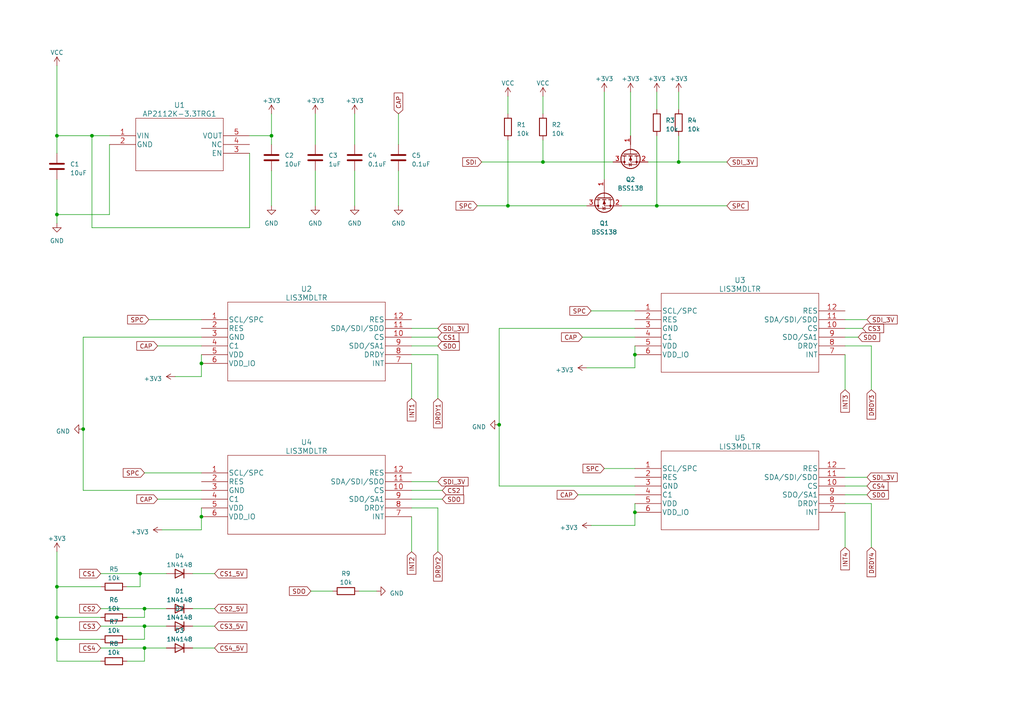
<source format=kicad_sch>
(kicad_sch (version 20230121) (generator eeschema)

  (uuid fb6b7f0d-3cc5-472e-a492-e6734d135467)

  (paper "A4")

  (lib_symbols
    (symbol "AP2112K-3.3TRG1:AP2112K-3.3TRG1" (pin_names (offset 0.254)) (in_bom yes) (on_board yes)
      (property "Reference" "U" (at 20.32 10.16 0)
        (effects (font (size 1.524 1.524)))
      )
      (property "Value" "AP2112K-3.3TRG1" (at 20.32 7.62 0)
        (effects (font (size 1.524 1.524)))
      )
      (property "Footprint" "SOT_RG1_DIO" (at 20.32 6.096 0)
        (effects (font (size 1.524 1.524)) hide)
      )
      (property "Datasheet" "" (at 0 0 0)
        (effects (font (size 1.524 1.524)))
      )
      (property "ki_locked" "" (at 0 0 0)
        (effects (font (size 1.27 1.27)))
      )
      (property "ki_fp_filters" "SOT_RG1_DIO SOT_RG1_DIO-M SOT_RG1_DIO-L" (at 0 0 0)
        (effects (font (size 1.27 1.27)) hide)
      )
      (symbol "AP2112K-3.3TRG1_1_1"
        (polyline
          (pts
            (xy 7.62 -10.16)
            (xy 33.02 -10.16)
          )
          (stroke (width 0.127) (type solid))
          (fill (type none))
        )
        (polyline
          (pts
            (xy 7.62 5.08)
            (xy 7.62 -10.16)
          )
          (stroke (width 0.127) (type solid))
          (fill (type none))
        )
        (polyline
          (pts
            (xy 33.02 -10.16)
            (xy 33.02 5.08)
          )
          (stroke (width 0.127) (type solid))
          (fill (type none))
        )
        (polyline
          (pts
            (xy 33.02 5.08)
            (xy 7.62 5.08)
          )
          (stroke (width 0.127) (type solid))
          (fill (type none))
        )
        (pin unspecified line (at 0 0 0) (length 7.62)
          (name "VIN" (effects (font (size 1.4986 1.4986))))
          (number "1" (effects (font (size 1.4986 1.4986))))
        )
        (pin unspecified line (at 0 -2.54 0) (length 7.62)
          (name "GND" (effects (font (size 1.4986 1.4986))))
          (number "2" (effects (font (size 1.4986 1.4986))))
        )
        (pin unspecified line (at 40.64 -5.08 180) (length 7.62)
          (name "EN" (effects (font (size 1.4986 1.4986))))
          (number "3" (effects (font (size 1.4986 1.4986))))
        )
        (pin unspecified line (at 40.64 -2.54 180) (length 7.62)
          (name "NC" (effects (font (size 1.4986 1.4986))))
          (number "4" (effects (font (size 1.4986 1.4986))))
        )
        (pin unspecified line (at 40.64 0 180) (length 7.62)
          (name "VOUT" (effects (font (size 1.4986 1.4986))))
          (number "5" (effects (font (size 1.4986 1.4986))))
        )
      )
    )
    (symbol "Device:C" (pin_numbers hide) (pin_names (offset 0.254)) (in_bom yes) (on_board yes)
      (property "Reference" "C" (at 0.635 2.54 0)
        (effects (font (size 1.27 1.27)) (justify left))
      )
      (property "Value" "C" (at 0.635 -2.54 0)
        (effects (font (size 1.27 1.27)) (justify left))
      )
      (property "Footprint" "" (at 0.9652 -3.81 0)
        (effects (font (size 1.27 1.27)) hide)
      )
      (property "Datasheet" "~" (at 0 0 0)
        (effects (font (size 1.27 1.27)) hide)
      )
      (property "ki_keywords" "cap capacitor" (at 0 0 0)
        (effects (font (size 1.27 1.27)) hide)
      )
      (property "ki_description" "Unpolarized capacitor" (at 0 0 0)
        (effects (font (size 1.27 1.27)) hide)
      )
      (property "ki_fp_filters" "C_*" (at 0 0 0)
        (effects (font (size 1.27 1.27)) hide)
      )
      (symbol "C_0_1"
        (polyline
          (pts
            (xy -2.032 -0.762)
            (xy 2.032 -0.762)
          )
          (stroke (width 0.508) (type default))
          (fill (type none))
        )
        (polyline
          (pts
            (xy -2.032 0.762)
            (xy 2.032 0.762)
          )
          (stroke (width 0.508) (type default))
          (fill (type none))
        )
      )
      (symbol "C_1_1"
        (pin passive line (at 0 3.81 270) (length 2.794)
          (name "~" (effects (font (size 1.27 1.27))))
          (number "1" (effects (font (size 1.27 1.27))))
        )
        (pin passive line (at 0 -3.81 90) (length 2.794)
          (name "~" (effects (font (size 1.27 1.27))))
          (number "2" (effects (font (size 1.27 1.27))))
        )
      )
    )
    (symbol "Device:R" (pin_numbers hide) (pin_names (offset 0)) (in_bom yes) (on_board yes)
      (property "Reference" "R" (at 2.032 0 90)
        (effects (font (size 1.27 1.27)))
      )
      (property "Value" "R" (at 0 0 90)
        (effects (font (size 1.27 1.27)))
      )
      (property "Footprint" "" (at -1.778 0 90)
        (effects (font (size 1.27 1.27)) hide)
      )
      (property "Datasheet" "~" (at 0 0 0)
        (effects (font (size 1.27 1.27)) hide)
      )
      (property "ki_keywords" "R res resistor" (at 0 0 0)
        (effects (font (size 1.27 1.27)) hide)
      )
      (property "ki_description" "Resistor" (at 0 0 0)
        (effects (font (size 1.27 1.27)) hide)
      )
      (property "ki_fp_filters" "R_*" (at 0 0 0)
        (effects (font (size 1.27 1.27)) hide)
      )
      (symbol "R_0_1"
        (rectangle (start -1.016 -2.54) (end 1.016 2.54)
          (stroke (width 0.254) (type default))
          (fill (type none))
        )
      )
      (symbol "R_1_1"
        (pin passive line (at 0 3.81 270) (length 1.27)
          (name "~" (effects (font (size 1.27 1.27))))
          (number "1" (effects (font (size 1.27 1.27))))
        )
        (pin passive line (at 0 -3.81 90) (length 1.27)
          (name "~" (effects (font (size 1.27 1.27))))
          (number "2" (effects (font (size 1.27 1.27))))
        )
      )
    )
    (symbol "Diode:1N4148" (pin_numbers hide) (pin_names hide) (in_bom yes) (on_board yes)
      (property "Reference" "D" (at 0 2.54 0)
        (effects (font (size 1.27 1.27)))
      )
      (property "Value" "1N4148" (at 0 -2.54 0)
        (effects (font (size 1.27 1.27)))
      )
      (property "Footprint" "Diode_THT:D_DO-35_SOD27_P7.62mm_Horizontal" (at 0 0 0)
        (effects (font (size 1.27 1.27)) hide)
      )
      (property "Datasheet" "https://assets.nexperia.com/documents/data-sheet/1N4148_1N4448.pdf" (at 0 0 0)
        (effects (font (size 1.27 1.27)) hide)
      )
      (property "Sim.Device" "D" (at 0 0 0)
        (effects (font (size 1.27 1.27)) hide)
      )
      (property "Sim.Pins" "1=K 2=A" (at 0 0 0)
        (effects (font (size 1.27 1.27)) hide)
      )
      (property "ki_keywords" "diode" (at 0 0 0)
        (effects (font (size 1.27 1.27)) hide)
      )
      (property "ki_description" "100V 0.15A standard switching diode, DO-35" (at 0 0 0)
        (effects (font (size 1.27 1.27)) hide)
      )
      (property "ki_fp_filters" "D*DO?35*" (at 0 0 0)
        (effects (font (size 1.27 1.27)) hide)
      )
      (symbol "1N4148_0_1"
        (polyline
          (pts
            (xy -1.27 1.27)
            (xy -1.27 -1.27)
          )
          (stroke (width 0.254) (type default))
          (fill (type none))
        )
        (polyline
          (pts
            (xy 1.27 0)
            (xy -1.27 0)
          )
          (stroke (width 0) (type default))
          (fill (type none))
        )
        (polyline
          (pts
            (xy 1.27 1.27)
            (xy 1.27 -1.27)
            (xy -1.27 0)
            (xy 1.27 1.27)
          )
          (stroke (width 0.254) (type default))
          (fill (type none))
        )
      )
      (symbol "1N4148_1_1"
        (pin passive line (at -3.81 0 0) (length 2.54)
          (name "K" (effects (font (size 1.27 1.27))))
          (number "1" (effects (font (size 1.27 1.27))))
        )
        (pin passive line (at 3.81 0 180) (length 2.54)
          (name "A" (effects (font (size 1.27 1.27))))
          (number "2" (effects (font (size 1.27 1.27))))
        )
      )
    )
    (symbol "LIS3MDL Magnetometer:LIS3MDLTR" (pin_names (offset 0.254)) (in_bom yes) (on_board yes)
      (property "Reference" "U" (at 30.48 10.16 0)
        (effects (font (size 1.524 1.524)))
      )
      (property "Value" "LIS3MDLTR" (at 30.48 7.62 0)
        (effects (font (size 1.524 1.524)))
      )
      (property "Footprint" "LGA-12_2X2X1_STM" (at 30.48 6.096 0)
        (effects (font (size 1.524 1.524)) hide)
      )
      (property "Datasheet" "" (at 0 0 0)
        (effects (font (size 1.524 1.524)))
      )
      (property "ki_locked" "" (at 0 0 0)
        (effects (font (size 1.27 1.27)))
      )
      (property "ki_fp_filters" "LGA-12_2X2X1_STM" (at 0 0 0)
        (effects (font (size 1.27 1.27)) hide)
      )
      (symbol "LIS3MDLTR_1_1"
        (polyline
          (pts
            (xy 7.62 -17.78)
            (xy 53.34 -17.78)
          )
          (stroke (width 0.127) (type solid))
          (fill (type none))
        )
        (polyline
          (pts
            (xy 7.62 5.08)
            (xy 7.62 -17.78)
          )
          (stroke (width 0.127) (type solid))
          (fill (type none))
        )
        (polyline
          (pts
            (xy 53.34 -17.78)
            (xy 53.34 5.08)
          )
          (stroke (width 0.127) (type solid))
          (fill (type none))
        )
        (polyline
          (pts
            (xy 53.34 5.08)
            (xy 7.62 5.08)
          )
          (stroke (width 0.127) (type solid))
          (fill (type none))
        )
        (pin bidirectional line (at 0 0 0) (length 7.62)
          (name "SCL/SPC" (effects (font (size 1.4986 1.4986))))
          (number "1" (effects (font (size 1.4986 1.4986))))
        )
        (pin bidirectional line (at 60.96 -5.08 180) (length 7.62)
          (name "CS" (effects (font (size 1.4986 1.4986))))
          (number "10" (effects (font (size 1.4986 1.4986))))
        )
        (pin bidirectional line (at 60.96 -2.54 180) (length 7.62)
          (name "SDA/SDI/SDO" (effects (font (size 1.4986 1.4986))))
          (number "11" (effects (font (size 1.4986 1.4986))))
        )
        (pin unspecified line (at 60.96 0 180) (length 7.62)
          (name "RES" (effects (font (size 1.4986 1.4986))))
          (number "12" (effects (font (size 1.4986 1.4986))))
        )
        (pin unspecified line (at 0 -2.54 0) (length 7.62)
          (name "RES" (effects (font (size 1.4986 1.4986))))
          (number "2" (effects (font (size 1.4986 1.4986))))
        )
        (pin power_in line (at 0 -5.08 0) (length 7.62)
          (name "GND" (effects (font (size 1.4986 1.4986))))
          (number "3" (effects (font (size 1.4986 1.4986))))
        )
        (pin unspecified line (at 0 -7.62 0) (length 7.62)
          (name "C1" (effects (font (size 1.4986 1.4986))))
          (number "4" (effects (font (size 1.4986 1.4986))))
        )
        (pin power_in line (at 0 -10.16 0) (length 7.62)
          (name "VDD" (effects (font (size 1.4986 1.4986))))
          (number "5" (effects (font (size 1.4986 1.4986))))
        )
        (pin power_in line (at 0 -12.7 0) (length 7.62)
          (name "VDD_IO" (effects (font (size 1.4986 1.4986))))
          (number "6" (effects (font (size 1.4986 1.4986))))
        )
        (pin unspecified line (at 60.96 -12.7 180) (length 7.62)
          (name "INT" (effects (font (size 1.4986 1.4986))))
          (number "7" (effects (font (size 1.4986 1.4986))))
        )
        (pin unspecified line (at 60.96 -10.16 180) (length 7.62)
          (name "DRDY" (effects (font (size 1.4986 1.4986))))
          (number "8" (effects (font (size 1.4986 1.4986))))
        )
        (pin bidirectional line (at 60.96 -7.62 180) (length 7.62)
          (name "SDO/SA1" (effects (font (size 1.4986 1.4986))))
          (number "9" (effects (font (size 1.4986 1.4986))))
        )
      )
    )
    (symbol "Transistor_FET:BSS138" (pin_names hide) (in_bom yes) (on_board yes)
      (property "Reference" "Q" (at 5.08 1.905 0)
        (effects (font (size 1.27 1.27)) (justify left))
      )
      (property "Value" "BSS138" (at 5.08 0 0)
        (effects (font (size 1.27 1.27)) (justify left))
      )
      (property "Footprint" "Package_TO_SOT_SMD:SOT-23" (at 5.08 -1.905 0)
        (effects (font (size 1.27 1.27) italic) (justify left) hide)
      )
      (property "Datasheet" "https://www.onsemi.com/pub/Collateral/BSS138-D.PDF" (at 0 0 0)
        (effects (font (size 1.27 1.27)) (justify left) hide)
      )
      (property "ki_keywords" "N-Channel MOSFET" (at 0 0 0)
        (effects (font (size 1.27 1.27)) hide)
      )
      (property "ki_description" "50V Vds, 0.22A Id, N-Channel MOSFET, SOT-23" (at 0 0 0)
        (effects (font (size 1.27 1.27)) hide)
      )
      (property "ki_fp_filters" "SOT?23*" (at 0 0 0)
        (effects (font (size 1.27 1.27)) hide)
      )
      (symbol "BSS138_0_1"
        (polyline
          (pts
            (xy 0.254 0)
            (xy -2.54 0)
          )
          (stroke (width 0) (type default))
          (fill (type none))
        )
        (polyline
          (pts
            (xy 0.254 1.905)
            (xy 0.254 -1.905)
          )
          (stroke (width 0.254) (type default))
          (fill (type none))
        )
        (polyline
          (pts
            (xy 0.762 -1.27)
            (xy 0.762 -2.286)
          )
          (stroke (width 0.254) (type default))
          (fill (type none))
        )
        (polyline
          (pts
            (xy 0.762 0.508)
            (xy 0.762 -0.508)
          )
          (stroke (width 0.254) (type default))
          (fill (type none))
        )
        (polyline
          (pts
            (xy 0.762 2.286)
            (xy 0.762 1.27)
          )
          (stroke (width 0.254) (type default))
          (fill (type none))
        )
        (polyline
          (pts
            (xy 2.54 2.54)
            (xy 2.54 1.778)
          )
          (stroke (width 0) (type default))
          (fill (type none))
        )
        (polyline
          (pts
            (xy 2.54 -2.54)
            (xy 2.54 0)
            (xy 0.762 0)
          )
          (stroke (width 0) (type default))
          (fill (type none))
        )
        (polyline
          (pts
            (xy 0.762 -1.778)
            (xy 3.302 -1.778)
            (xy 3.302 1.778)
            (xy 0.762 1.778)
          )
          (stroke (width 0) (type default))
          (fill (type none))
        )
        (polyline
          (pts
            (xy 1.016 0)
            (xy 2.032 0.381)
            (xy 2.032 -0.381)
            (xy 1.016 0)
          )
          (stroke (width 0) (type default))
          (fill (type outline))
        )
        (polyline
          (pts
            (xy 2.794 0.508)
            (xy 2.921 0.381)
            (xy 3.683 0.381)
            (xy 3.81 0.254)
          )
          (stroke (width 0) (type default))
          (fill (type none))
        )
        (polyline
          (pts
            (xy 3.302 0.381)
            (xy 2.921 -0.254)
            (xy 3.683 -0.254)
            (xy 3.302 0.381)
          )
          (stroke (width 0) (type default))
          (fill (type none))
        )
        (circle (center 1.651 0) (radius 2.794)
          (stroke (width 0.254) (type default))
          (fill (type none))
        )
        (circle (center 2.54 -1.778) (radius 0.254)
          (stroke (width 0) (type default))
          (fill (type outline))
        )
        (circle (center 2.54 1.778) (radius 0.254)
          (stroke (width 0) (type default))
          (fill (type outline))
        )
      )
      (symbol "BSS138_1_1"
        (pin input line (at -5.08 0 0) (length 2.54)
          (name "G" (effects (font (size 1.27 1.27))))
          (number "1" (effects (font (size 1.27 1.27))))
        )
        (pin passive line (at 2.54 -5.08 90) (length 2.54)
          (name "S" (effects (font (size 1.27 1.27))))
          (number "2" (effects (font (size 1.27 1.27))))
        )
        (pin passive line (at 2.54 5.08 270) (length 2.54)
          (name "D" (effects (font (size 1.27 1.27))))
          (number "3" (effects (font (size 1.27 1.27))))
        )
      )
    )
    (symbol "power:+3V3" (power) (pin_names (offset 0)) (in_bom yes) (on_board yes)
      (property "Reference" "#PWR" (at 0 -3.81 0)
        (effects (font (size 1.27 1.27)) hide)
      )
      (property "Value" "+3V3" (at 0 3.556 0)
        (effects (font (size 1.27 1.27)))
      )
      (property "Footprint" "" (at 0 0 0)
        (effects (font (size 1.27 1.27)) hide)
      )
      (property "Datasheet" "" (at 0 0 0)
        (effects (font (size 1.27 1.27)) hide)
      )
      (property "ki_keywords" "global power" (at 0 0 0)
        (effects (font (size 1.27 1.27)) hide)
      )
      (property "ki_description" "Power symbol creates a global label with name \"+3V3\"" (at 0 0 0)
        (effects (font (size 1.27 1.27)) hide)
      )
      (symbol "+3V3_0_1"
        (polyline
          (pts
            (xy -0.762 1.27)
            (xy 0 2.54)
          )
          (stroke (width 0) (type default))
          (fill (type none))
        )
        (polyline
          (pts
            (xy 0 0)
            (xy 0 2.54)
          )
          (stroke (width 0) (type default))
          (fill (type none))
        )
        (polyline
          (pts
            (xy 0 2.54)
            (xy 0.762 1.27)
          )
          (stroke (width 0) (type default))
          (fill (type none))
        )
      )
      (symbol "+3V3_1_1"
        (pin power_in line (at 0 0 90) (length 0) hide
          (name "+3V3" (effects (font (size 1.27 1.27))))
          (number "1" (effects (font (size 1.27 1.27))))
        )
      )
    )
    (symbol "power:GND" (power) (pin_names (offset 0)) (in_bom yes) (on_board yes)
      (property "Reference" "#PWR" (at 0 -6.35 0)
        (effects (font (size 1.27 1.27)) hide)
      )
      (property "Value" "GND" (at 0 -3.81 0)
        (effects (font (size 1.27 1.27)))
      )
      (property "Footprint" "" (at 0 0 0)
        (effects (font (size 1.27 1.27)) hide)
      )
      (property "Datasheet" "" (at 0 0 0)
        (effects (font (size 1.27 1.27)) hide)
      )
      (property "ki_keywords" "global power" (at 0 0 0)
        (effects (font (size 1.27 1.27)) hide)
      )
      (property "ki_description" "Power symbol creates a global label with name \"GND\" , ground" (at 0 0 0)
        (effects (font (size 1.27 1.27)) hide)
      )
      (symbol "GND_0_1"
        (polyline
          (pts
            (xy 0 0)
            (xy 0 -1.27)
            (xy 1.27 -1.27)
            (xy 0 -2.54)
            (xy -1.27 -1.27)
            (xy 0 -1.27)
          )
          (stroke (width 0) (type default))
          (fill (type none))
        )
      )
      (symbol "GND_1_1"
        (pin power_in line (at 0 0 270) (length 0) hide
          (name "GND" (effects (font (size 1.27 1.27))))
          (number "1" (effects (font (size 1.27 1.27))))
        )
      )
    )
    (symbol "power:VCC" (power) (pin_names (offset 0)) (in_bom yes) (on_board yes)
      (property "Reference" "#PWR" (at 0 -3.81 0)
        (effects (font (size 1.27 1.27)) hide)
      )
      (property "Value" "VCC" (at 0 3.81 0)
        (effects (font (size 1.27 1.27)))
      )
      (property "Footprint" "" (at 0 0 0)
        (effects (font (size 1.27 1.27)) hide)
      )
      (property "Datasheet" "" (at 0 0 0)
        (effects (font (size 1.27 1.27)) hide)
      )
      (property "ki_keywords" "global power" (at 0 0 0)
        (effects (font (size 1.27 1.27)) hide)
      )
      (property "ki_description" "Power symbol creates a global label with name \"VCC\"" (at 0 0 0)
        (effects (font (size 1.27 1.27)) hide)
      )
      (symbol "VCC_0_1"
        (polyline
          (pts
            (xy -0.762 1.27)
            (xy 0 2.54)
          )
          (stroke (width 0) (type default))
          (fill (type none))
        )
        (polyline
          (pts
            (xy 0 0)
            (xy 0 2.54)
          )
          (stroke (width 0) (type default))
          (fill (type none))
        )
        (polyline
          (pts
            (xy 0 2.54)
            (xy 0.762 1.27)
          )
          (stroke (width 0) (type default))
          (fill (type none))
        )
      )
      (symbol "VCC_1_1"
        (pin power_in line (at 0 0 90) (length 0) hide
          (name "VCC" (effects (font (size 1.27 1.27))))
          (number "1" (effects (font (size 1.27 1.27))))
        )
      )
    )
  )

  (junction (at 58.42 105.41) (diameter 0) (color 0 0 0 0)
    (uuid 0aaa0ccc-1265-483f-9e2b-acda1a26a8c6)
  )
  (junction (at 184.15 148.59) (diameter 0) (color 0 0 0 0)
    (uuid 19151b7f-63b2-4367-93d8-d9f0a3a6e3b6)
  )
  (junction (at 196.85 46.99) (diameter 0) (color 0 0 0 0)
    (uuid 27553c58-56f6-4dab-a4dd-e6f338324ca6)
  )
  (junction (at 24.13 124.46) (diameter 0) (color 0 0 0 0)
    (uuid 3340781f-3112-4656-915f-39ca7314e7a7)
  )
  (junction (at 16.51 185.42) (diameter 0) (color 0 0 0 0)
    (uuid 378faf3e-2a67-4cc3-aab6-2225dcbab42f)
  )
  (junction (at 157.48 46.99) (diameter 0) (color 0 0 0 0)
    (uuid 3ed16a36-1ddf-4255-8f1f-d6e4cb82578e)
  )
  (junction (at 190.5 59.69) (diameter 0) (color 0 0 0 0)
    (uuid 45020e52-4777-490c-933f-d9dcb212f61b)
  )
  (junction (at 144.78 123.19) (diameter 0) (color 0 0 0 0)
    (uuid 565255b7-35f9-4054-84ae-609e6b6d3993)
  )
  (junction (at 16.51 39.37) (diameter 0) (color 0 0 0 0)
    (uuid 6e77ac3a-8407-4aa5-91bc-c88ea12d110e)
  )
  (junction (at 41.91 181.61) (diameter 0) (color 0 0 0 0)
    (uuid 6ea0a1df-e7d8-4f7f-bfce-e3aeb1a8c407)
  )
  (junction (at 16.51 62.23) (diameter 0) (color 0 0 0 0)
    (uuid 844407c2-3e85-4b39-b1e1-5e711fc811a1)
  )
  (junction (at 78.74 39.37) (diameter 0) (color 0 0 0 0)
    (uuid 93fcf6e6-06f7-4070-a568-7b7e21cbf7ca)
  )
  (junction (at 16.51 170.18) (diameter 0) (color 0 0 0 0)
    (uuid 988b27b6-92fa-4077-b840-d77c8347f942)
  )
  (junction (at 147.32 59.69) (diameter 0) (color 0 0 0 0)
    (uuid 9ba92114-a073-45a3-9f2f-3da751995671)
  )
  (junction (at 40.64 166.37) (diameter 0) (color 0 0 0 0)
    (uuid a8a8e618-fa2a-40c5-a9c0-732404b49415)
  )
  (junction (at 26.67 39.37) (diameter 0) (color 0 0 0 0)
    (uuid bf8757e8-a9cf-4010-a3da-c728b0383491)
  )
  (junction (at 58.42 149.86) (diameter 0) (color 0 0 0 0)
    (uuid c789eab8-f44a-42b4-b507-a8c773c9fe15)
  )
  (junction (at 16.51 179.07) (diameter 0) (color 0 0 0 0)
    (uuid d8912ccd-ec75-49e2-9d7b-e8a8bf7fa7a7)
  )
  (junction (at 184.15 102.87) (diameter 0) (color 0 0 0 0)
    (uuid dca9c0a0-b59a-47f1-ad4e-ba6baf4b6979)
  )
  (junction (at 41.91 187.96) (diameter 0) (color 0 0 0 0)
    (uuid e655e5e8-f2b1-4745-94ba-ce13bad4a8e4)
  )
  (junction (at 41.91 176.53) (diameter 0) (color 0 0 0 0)
    (uuid fa16202c-cc80-451e-a8f8-7f80b99b646e)
  )

  (wire (pts (xy 45.72 100.33) (xy 58.42 100.33))
    (stroke (width 0) (type default))
    (uuid 0428458e-ddbd-4c12-96b6-e274b2a5d50c)
  )
  (wire (pts (xy 196.85 46.99) (xy 210.82 46.99))
    (stroke (width 0) (type default))
    (uuid 044ce53f-71e2-48db-8a83-ae5ea3abd41e)
  )
  (wire (pts (xy 196.85 46.99) (xy 187.96 46.99))
    (stroke (width 0) (type default))
    (uuid 0577f850-2732-49fe-9e29-70179f79ad13)
  )
  (wire (pts (xy 182.88 26.67) (xy 182.88 39.37))
    (stroke (width 0) (type default))
    (uuid 08adafc6-5da0-4339-a289-663e02cf0bf3)
  )
  (wire (pts (xy 16.51 19.05) (xy 16.51 39.37))
    (stroke (width 0) (type default))
    (uuid 096933f7-aefd-4216-bdfe-1e304c85dc95)
  )
  (wire (pts (xy 36.83 179.07) (xy 41.91 179.07))
    (stroke (width 0) (type default))
    (uuid 0a8430d8-d198-4c9a-9901-3d506007acea)
  )
  (wire (pts (xy 119.38 95.25) (xy 127 95.25))
    (stroke (width 0) (type default))
    (uuid 0a90b2b4-1e92-4503-a66a-f467b77ec293)
  )
  (wire (pts (xy 115.57 49.53) (xy 115.57 59.69))
    (stroke (width 0) (type default))
    (uuid 0c05923d-186a-40ed-b312-a6a53b5e11cc)
  )
  (wire (pts (xy 144.78 140.97) (xy 144.78 123.19))
    (stroke (width 0) (type default))
    (uuid 0c9b0427-c882-401b-9cce-93bb06ef9150)
  )
  (wire (pts (xy 138.43 59.69) (xy 147.32 59.69))
    (stroke (width 0) (type default))
    (uuid 1298047d-d47b-4832-8ad0-a80a7371174e)
  )
  (wire (pts (xy 45.72 144.78) (xy 58.42 144.78))
    (stroke (width 0) (type default))
    (uuid 12caf119-ed37-4e7d-a1e5-82070a67f344)
  )
  (wire (pts (xy 102.87 49.53) (xy 102.87 59.69))
    (stroke (width 0) (type default))
    (uuid 1399bb71-b064-4c87-98ba-7781c3c4d6fa)
  )
  (wire (pts (xy 41.91 181.61) (xy 48.26 181.61))
    (stroke (width 0) (type default))
    (uuid 13f894f7-1402-4418-91a5-fe6238638667)
  )
  (wire (pts (xy 245.11 102.87) (xy 245.11 113.03))
    (stroke (width 0) (type default))
    (uuid 142187ca-0aeb-4591-9a9b-4fa0413f0f88)
  )
  (wire (pts (xy 16.51 170.18) (xy 16.51 179.07))
    (stroke (width 0) (type default))
    (uuid 1cb1e142-495c-4e19-8b4a-ff6157522632)
  )
  (wire (pts (xy 90.17 171.45) (xy 96.52 171.45))
    (stroke (width 0) (type default))
    (uuid 1f0efd7b-21bf-463e-94d3-64affcf46285)
  )
  (wire (pts (xy 16.51 170.18) (xy 29.21 170.18))
    (stroke (width 0) (type default))
    (uuid 1fb9670b-5be4-4346-a2ca-59e094ea9cdc)
  )
  (wire (pts (xy 196.85 39.37) (xy 196.85 46.99))
    (stroke (width 0) (type default))
    (uuid 24033c49-5b7a-463d-b777-d4aa620f84b9)
  )
  (wire (pts (xy 245.11 95.25) (xy 250.19 95.25))
    (stroke (width 0) (type default))
    (uuid 2549c286-60db-40cd-9992-29bc5d0eab5a)
  )
  (wire (pts (xy 157.48 46.99) (xy 177.8 46.99))
    (stroke (width 0) (type default))
    (uuid 302673ab-24e6-42f0-9f75-ae5e4ffa9916)
  )
  (wire (pts (xy 16.51 160.02) (xy 16.51 170.18))
    (stroke (width 0) (type default))
    (uuid 30be42ef-6743-47aa-9433-2e4f1b14947f)
  )
  (wire (pts (xy 55.88 166.37) (xy 62.23 166.37))
    (stroke (width 0) (type default))
    (uuid 316ce3cf-1020-45da-8200-3ff42b4f6e7d)
  )
  (wire (pts (xy 252.73 146.05) (xy 252.73 158.75))
    (stroke (width 0) (type default))
    (uuid 31b344fb-a2e0-457a-beb3-76c962dfaef0)
  )
  (wire (pts (xy 115.57 33.02) (xy 115.57 41.91))
    (stroke (width 0) (type default))
    (uuid 32de99bf-8e8a-40c8-8fa9-67c6e760e217)
  )
  (wire (pts (xy 147.32 59.69) (xy 170.18 59.69))
    (stroke (width 0) (type default))
    (uuid 33e4dc21-4566-44cb-8d5f-64c9c29f8b00)
  )
  (wire (pts (xy 119.38 149.86) (xy 119.38 160.02))
    (stroke (width 0) (type default))
    (uuid 343b623a-04d2-4c87-b402-bb4661e38a0b)
  )
  (wire (pts (xy 245.11 140.97) (xy 251.46 140.97))
    (stroke (width 0) (type default))
    (uuid 345c7366-417e-4c95-bdc7-45f3a3c310c4)
  )
  (wire (pts (xy 36.83 191.77) (xy 41.91 191.77))
    (stroke (width 0) (type default))
    (uuid 389c26e0-f87f-4935-b267-c1baf5ffa1c2)
  )
  (wire (pts (xy 91.44 49.53) (xy 91.44 59.69))
    (stroke (width 0) (type default))
    (uuid 38e18e85-a97b-4085-8e4b-215987000259)
  )
  (wire (pts (xy 175.26 135.89) (xy 184.15 135.89))
    (stroke (width 0) (type default))
    (uuid 3939c373-c8c0-46ba-a031-f782fc5b60e1)
  )
  (wire (pts (xy 119.38 139.7) (xy 127 139.7))
    (stroke (width 0) (type default))
    (uuid 39cb1390-e934-47fe-90c5-acc8fb602bb0)
  )
  (wire (pts (xy 184.15 95.25) (xy 144.78 95.25))
    (stroke (width 0) (type default))
    (uuid 3d492c14-1110-4f6c-b05e-0a76d27bbbf2)
  )
  (wire (pts (xy 55.88 176.53) (xy 62.23 176.53))
    (stroke (width 0) (type default))
    (uuid 3e87fbf7-71c3-4be0-8205-21e8cad4a976)
  )
  (wire (pts (xy 72.39 66.04) (xy 26.67 66.04))
    (stroke (width 0) (type default))
    (uuid 3fb5da9e-7b66-4a8d-b4cb-ec9721cf01a3)
  )
  (wire (pts (xy 119.38 142.24) (xy 128.27 142.24))
    (stroke (width 0) (type default))
    (uuid 40ea2062-d2c3-4257-9bdb-f9d0160b1d3a)
  )
  (wire (pts (xy 58.42 142.24) (xy 24.13 142.24))
    (stroke (width 0) (type default))
    (uuid 41706593-d45c-409c-aaff-a7807eaef369)
  )
  (wire (pts (xy 16.51 62.23) (xy 31.75 62.23))
    (stroke (width 0) (type default))
    (uuid 44e1de5f-60b7-49c6-8679-85c2b40f11ea)
  )
  (wire (pts (xy 171.45 90.17) (xy 184.15 90.17))
    (stroke (width 0) (type default))
    (uuid 4549d84e-fcdd-4d11-96e5-a15085a65f0a)
  )
  (wire (pts (xy 78.74 39.37) (xy 78.74 41.91))
    (stroke (width 0) (type default))
    (uuid 47bd51f2-9e16-461b-99d8-faa6476231a2)
  )
  (wire (pts (xy 31.75 41.91) (xy 31.75 62.23))
    (stroke (width 0) (type default))
    (uuid 4a86ba3a-995c-4d88-a799-1b92dc10e95f)
  )
  (wire (pts (xy 29.21 166.37) (xy 40.64 166.37))
    (stroke (width 0) (type default))
    (uuid 4de03a32-db6c-4599-8883-247dc1de07a2)
  )
  (wire (pts (xy 184.15 140.97) (xy 144.78 140.97))
    (stroke (width 0) (type default))
    (uuid 52dfcaae-3a25-4f24-8511-dbd7ff0c38f8)
  )
  (wire (pts (xy 16.51 185.42) (xy 16.51 191.77))
    (stroke (width 0) (type default))
    (uuid 55b8e383-6010-495d-a952-2ca5c028e3f5)
  )
  (wire (pts (xy 119.38 105.41) (xy 119.38 115.57))
    (stroke (width 0) (type default))
    (uuid 56a69135-f6ed-42ec-9ae6-83c7e46a6439)
  )
  (wire (pts (xy 16.51 185.42) (xy 29.21 185.42))
    (stroke (width 0) (type default))
    (uuid 596c4b2e-4bff-4aa5-bea2-0e03f932f7ef)
  )
  (wire (pts (xy 147.32 40.64) (xy 147.32 59.69))
    (stroke (width 0) (type default))
    (uuid 59cec8eb-15fa-49c1-a9d4-4ab91c19529d)
  )
  (wire (pts (xy 119.38 144.78) (xy 128.27 144.78))
    (stroke (width 0) (type default))
    (uuid 5d9ae067-a21c-41d9-ae25-5373354e1d94)
  )
  (wire (pts (xy 78.74 49.53) (xy 78.74 59.69))
    (stroke (width 0) (type default))
    (uuid 61e254fa-123d-4434-8903-8570a4d7983d)
  )
  (wire (pts (xy 190.5 59.69) (xy 210.82 59.69))
    (stroke (width 0) (type default))
    (uuid 633fbe18-1f5e-4380-9b4b-f70d021f659e)
  )
  (wire (pts (xy 168.91 97.79) (xy 184.15 97.79))
    (stroke (width 0) (type default))
    (uuid 63925b88-e590-4eee-9540-b6f28bf57cc7)
  )
  (wire (pts (xy 24.13 142.24) (xy 24.13 124.46))
    (stroke (width 0) (type default))
    (uuid 63fdf7e7-863e-4fa5-9fe7-97fe9aeb2e9b)
  )
  (wire (pts (xy 127 147.32) (xy 127 160.02))
    (stroke (width 0) (type default))
    (uuid 6477c61d-2ede-4cf3-9f48-33725bd0546b)
  )
  (wire (pts (xy 119.38 97.79) (xy 127 97.79))
    (stroke (width 0) (type default))
    (uuid 676d7edd-d9cf-4895-8525-7cc95030cabd)
  )
  (wire (pts (xy 58.42 149.86) (xy 58.42 153.67))
    (stroke (width 0) (type default))
    (uuid 67aae80f-a3c5-4de6-a0f7-f1c01147d5e3)
  )
  (wire (pts (xy 58.42 105.41) (xy 58.42 109.22))
    (stroke (width 0) (type default))
    (uuid 684714a6-f2b1-4cca-9fbe-09413943676a)
  )
  (wire (pts (xy 24.13 97.79) (xy 24.13 124.46))
    (stroke (width 0) (type default))
    (uuid 6881241c-f0e4-4217-8b56-f51a9228ea59)
  )
  (wire (pts (xy 184.15 106.68) (xy 170.18 106.68))
    (stroke (width 0) (type default))
    (uuid 70cfadcc-e0bf-45df-9aac-63a53601dba5)
  )
  (wire (pts (xy 147.32 27.94) (xy 147.32 33.02))
    (stroke (width 0) (type default))
    (uuid 71309346-4816-465a-9817-83aa3a9b993d)
  )
  (wire (pts (xy 245.11 97.79) (xy 248.92 97.79))
    (stroke (width 0) (type default))
    (uuid 724504a7-c003-453b-8537-b9020fc19685)
  )
  (wire (pts (xy 91.44 33.02) (xy 91.44 41.91))
    (stroke (width 0) (type default))
    (uuid 7364e12f-dfef-47aa-9b5e-58aeb4cecf68)
  )
  (wire (pts (xy 184.15 146.05) (xy 184.15 148.59))
    (stroke (width 0) (type default))
    (uuid 7a3ef7f1-1a78-4529-a448-95049a57484e)
  )
  (wire (pts (xy 245.11 148.59) (xy 245.11 158.75))
    (stroke (width 0) (type default))
    (uuid 811a83d3-b096-4e80-b2cf-6f04c0dc5b1e)
  )
  (wire (pts (xy 36.83 170.18) (xy 40.64 170.18))
    (stroke (width 0) (type default))
    (uuid 82d981ab-2543-4f9f-a522-da816bd493ca)
  )
  (wire (pts (xy 180.34 59.69) (xy 190.5 59.69))
    (stroke (width 0) (type default))
    (uuid 83cffa99-9702-400f-9124-608653fe5e7d)
  )
  (wire (pts (xy 196.85 26.67) (xy 196.85 31.75))
    (stroke (width 0) (type default))
    (uuid 83e7ac16-a804-4dbb-b56a-a60fc9a6512b)
  )
  (wire (pts (xy 55.88 181.61) (xy 62.23 181.61))
    (stroke (width 0) (type default))
    (uuid 841e8e35-0306-4ea8-b96e-c59a14fd1dd4)
  )
  (wire (pts (xy 139.7 46.99) (xy 157.48 46.99))
    (stroke (width 0) (type default))
    (uuid 8c2e3d2e-b089-41a9-8045-4cd8a6e6ca16)
  )
  (wire (pts (xy 184.15 102.87) (xy 184.15 106.68))
    (stroke (width 0) (type default))
    (uuid 8dbc12e3-2dec-4e02-8263-735c1b005a4a)
  )
  (wire (pts (xy 184.15 148.59) (xy 184.15 152.4))
    (stroke (width 0) (type default))
    (uuid 9b330de5-f706-4c94-a929-d06d56a924ab)
  )
  (wire (pts (xy 119.38 147.32) (xy 127 147.32))
    (stroke (width 0) (type default))
    (uuid 9bb59e18-65c1-42cb-8773-17e0d32ef2a4)
  )
  (wire (pts (xy 184.15 100.33) (xy 184.15 102.87))
    (stroke (width 0) (type default))
    (uuid 9d32b2fd-a7cc-4e8d-8faf-359745ccb2d5)
  )
  (wire (pts (xy 41.91 187.96) (xy 48.26 187.96))
    (stroke (width 0) (type default))
    (uuid 9d37022b-51e3-4a9b-956b-9cab65544b59)
  )
  (wire (pts (xy 40.64 166.37) (xy 48.26 166.37))
    (stroke (width 0) (type default))
    (uuid 9d804938-c045-4cb7-b4fe-d6b9220cd04d)
  )
  (wire (pts (xy 41.91 191.77) (xy 41.91 187.96))
    (stroke (width 0) (type default))
    (uuid 9e5ed274-eaff-42a1-8489-352f9607b4d9)
  )
  (wire (pts (xy 58.42 109.22) (xy 50.8 109.22))
    (stroke (width 0) (type default))
    (uuid 9f7bb420-d032-4e32-8ad8-16693f651b3e)
  )
  (wire (pts (xy 184.15 152.4) (xy 171.45 152.4))
    (stroke (width 0) (type default))
    (uuid a1f4b643-2c6f-412b-a947-fd80bbbaf07f)
  )
  (wire (pts (xy 245.11 92.71) (xy 251.46 92.71))
    (stroke (width 0) (type default))
    (uuid a6497816-ec77-44db-9f09-d1f7c6e81740)
  )
  (wire (pts (xy 58.42 153.67) (xy 46.99 153.67))
    (stroke (width 0) (type default))
    (uuid a84cd4d9-daa4-4bb1-903f-1cb913562c76)
  )
  (wire (pts (xy 245.11 146.05) (xy 252.73 146.05))
    (stroke (width 0) (type default))
    (uuid a84d2aff-cb07-48fb-b9a4-57f6dcd50025)
  )
  (wire (pts (xy 78.74 33.02) (xy 78.74 39.37))
    (stroke (width 0) (type default))
    (uuid a94678c4-29ed-43f0-ad15-7d0efcfef474)
  )
  (wire (pts (xy 58.42 102.87) (xy 58.42 105.41))
    (stroke (width 0) (type default))
    (uuid a94bdd1c-2486-4226-be9c-7b2c8aeb33dd)
  )
  (wire (pts (xy 40.64 170.18) (xy 40.64 166.37))
    (stroke (width 0) (type default))
    (uuid abdb0772-0681-471a-ab9f-09b096adc480)
  )
  (wire (pts (xy 252.73 100.33) (xy 252.73 113.03))
    (stroke (width 0) (type default))
    (uuid ae22e642-5c3f-47ce-a4c5-7cf748346196)
  )
  (wire (pts (xy 16.51 191.77) (xy 29.21 191.77))
    (stroke (width 0) (type default))
    (uuid b3b2caa2-cbc1-4ed3-ac71-0610fb5627e2)
  )
  (wire (pts (xy 119.38 100.33) (xy 127 100.33))
    (stroke (width 0) (type default))
    (uuid b4c34bff-58d9-4267-a9bb-45b93a326b22)
  )
  (wire (pts (xy 26.67 39.37) (xy 26.67 66.04))
    (stroke (width 0) (type default))
    (uuid b59ab45f-d302-44a6-9474-070b59b3b10c)
  )
  (wire (pts (xy 72.39 39.37) (xy 78.74 39.37))
    (stroke (width 0) (type default))
    (uuid b7a73c21-3eb6-4a3b-82d6-2b12c986b001)
  )
  (wire (pts (xy 245.11 138.43) (xy 251.46 138.43))
    (stroke (width 0) (type default))
    (uuid be91e85c-3e4c-4f19-88bc-29f5ca5afef3)
  )
  (wire (pts (xy 58.42 97.79) (xy 24.13 97.79))
    (stroke (width 0) (type default))
    (uuid bfdd2d75-9398-43e8-858f-d02af777e299)
  )
  (wire (pts (xy 190.5 39.37) (xy 190.5 59.69))
    (stroke (width 0) (type default))
    (uuid c377a6e1-1dbd-4e51-9316-78cb5e124882)
  )
  (wire (pts (xy 127 102.87) (xy 127 115.57))
    (stroke (width 0) (type default))
    (uuid c533b5a4-59b3-458d-badf-c22bea24133c)
  )
  (wire (pts (xy 16.51 39.37) (xy 16.51 44.45))
    (stroke (width 0) (type default))
    (uuid c70c94a1-d695-489d-abe6-3ae64ecd9c10)
  )
  (wire (pts (xy 58.42 147.32) (xy 58.42 149.86))
    (stroke (width 0) (type default))
    (uuid ca54e6d6-a6d1-4c61-b497-e8e4910382f6)
  )
  (wire (pts (xy 245.11 143.51) (xy 251.46 143.51))
    (stroke (width 0) (type default))
    (uuid cb817d20-cadf-46d1-ad11-8e962f958036)
  )
  (wire (pts (xy 119.38 102.87) (xy 127 102.87))
    (stroke (width 0) (type default))
    (uuid cce50b19-72c1-4b7f-8cc3-c1f8cecded00)
  )
  (wire (pts (xy 29.21 187.96) (xy 41.91 187.96))
    (stroke (width 0) (type default))
    (uuid cd724195-d3f8-4264-b1b4-22af055b68fc)
  )
  (wire (pts (xy 16.51 179.07) (xy 29.21 179.07))
    (stroke (width 0) (type default))
    (uuid ce7e3657-6ac5-4f54-bd57-5c086c048272)
  )
  (wire (pts (xy 41.91 137.16) (xy 58.42 137.16))
    (stroke (width 0) (type default))
    (uuid ce837189-4a05-4986-9a25-8c4b94eaea9d)
  )
  (wire (pts (xy 41.91 185.42) (xy 41.91 181.61))
    (stroke (width 0) (type default))
    (uuid d01eee5b-b6d6-4755-bee2-bdd7c37a1f26)
  )
  (wire (pts (xy 41.91 179.07) (xy 41.91 176.53))
    (stroke (width 0) (type default))
    (uuid d887356a-f9c9-47c1-9da5-3ce90aa32131)
  )
  (wire (pts (xy 72.39 44.45) (xy 72.39 66.04))
    (stroke (width 0) (type default))
    (uuid db60994c-faf3-41ff-bbc1-25a68c03cca6)
  )
  (wire (pts (xy 144.78 95.25) (xy 144.78 123.19))
    (stroke (width 0) (type default))
    (uuid dc4539a5-61f1-41d9-b8d9-d541bc12be2d)
  )
  (wire (pts (xy 16.51 62.23) (xy 16.51 64.77))
    (stroke (width 0) (type default))
    (uuid dd5437f2-bac1-4032-aab6-ec3650190b59)
  )
  (wire (pts (xy 190.5 26.67) (xy 190.5 31.75))
    (stroke (width 0) (type default))
    (uuid dda5e67e-8089-4332-926a-751d11858264)
  )
  (wire (pts (xy 29.21 181.61) (xy 41.91 181.61))
    (stroke (width 0) (type default))
    (uuid dddc09d2-ba90-4d83-bd25-7710167544d7)
  )
  (wire (pts (xy 157.48 40.64) (xy 157.48 46.99))
    (stroke (width 0) (type default))
    (uuid debae998-5592-4361-acfa-a7af30e8ebd4)
  )
  (wire (pts (xy 16.51 179.07) (xy 16.51 185.42))
    (stroke (width 0) (type default))
    (uuid dee738e8-22ae-4027-a13f-ae3642ca235f)
  )
  (wire (pts (xy 175.26 26.67) (xy 175.26 52.07))
    (stroke (width 0) (type default))
    (uuid e5bb7b7c-6e9d-4418-8488-bf850ebfb214)
  )
  (wire (pts (xy 26.67 39.37) (xy 31.75 39.37))
    (stroke (width 0) (type default))
    (uuid e601ae86-26ea-4ea2-9819-d632d9e2bc1e)
  )
  (wire (pts (xy 36.83 185.42) (xy 41.91 185.42))
    (stroke (width 0) (type default))
    (uuid e7da6b51-8d31-4aae-a29f-b899f3ece8f2)
  )
  (wire (pts (xy 29.21 176.53) (xy 41.91 176.53))
    (stroke (width 0) (type default))
    (uuid eb1416d0-0933-4209-a577-2221fdaa10c7)
  )
  (wire (pts (xy 16.51 52.07) (xy 16.51 62.23))
    (stroke (width 0) (type default))
    (uuid ed620355-4dc8-4268-8952-475f7d20c443)
  )
  (wire (pts (xy 102.87 33.02) (xy 102.87 41.91))
    (stroke (width 0) (type default))
    (uuid f01f7359-d4fa-4645-b38a-f9fee5fd73b0)
  )
  (wire (pts (xy 43.18 92.71) (xy 58.42 92.71))
    (stroke (width 0) (type default))
    (uuid f1f378d4-9bd7-4841-936f-eabf4d1c1c8a)
  )
  (wire (pts (xy 157.48 27.94) (xy 157.48 33.02))
    (stroke (width 0) (type default))
    (uuid f5d9d588-e7cf-4fb0-aeca-7c6ed3297b3d)
  )
  (wire (pts (xy 245.11 100.33) (xy 252.73 100.33))
    (stroke (width 0) (type default))
    (uuid f695add9-0e4b-4721-a2e0-ac879b191b8b)
  )
  (wire (pts (xy 104.14 171.45) (xy 109.22 171.45))
    (stroke (width 0) (type default))
    (uuid f6ae728a-7689-49d2-8688-d0cae0cad503)
  )
  (wire (pts (xy 41.91 176.53) (xy 48.26 176.53))
    (stroke (width 0) (type default))
    (uuid f754555e-04d9-43e6-8fef-be7875bad5ee)
  )
  (wire (pts (xy 55.88 187.96) (xy 62.23 187.96))
    (stroke (width 0) (type default))
    (uuid fc3eaae5-9d28-4e29-ba71-fa0fcc6c986f)
  )
  (wire (pts (xy 167.64 143.51) (xy 184.15 143.51))
    (stroke (width 0) (type default))
    (uuid fddc50b7-6f0e-428a-ae51-d862b0ea407a)
  )
  (wire (pts (xy 16.51 39.37) (xy 26.67 39.37))
    (stroke (width 0) (type default))
    (uuid fed964da-b0ef-48f4-b301-893f7d986bef)
  )

  (global_label "INT4" (shape input) (at 245.11 158.75 270) (fields_autoplaced)
    (effects (font (size 1.27 1.27)) (justify right))
    (uuid 00e57626-c8f8-4608-abcc-4da4b1c8cdf3)
    (property "Intersheetrefs" "${INTERSHEET_REFS}" (at 245.11 165.7682 90)
      (effects (font (size 1.27 1.27)) (justify right) hide)
    )
  )
  (global_label "SPC" (shape input) (at 210.82 59.69 0) (fields_autoplaced)
    (effects (font (size 1.27 1.27)) (justify left))
    (uuid 15feedad-6286-4c58-9bbc-ba2c0d95ae0a)
    (property "Intersheetrefs" "${INTERSHEET_REFS}" (at 217.4753 59.69 0)
      (effects (font (size 1.27 1.27)) (justify left) hide)
    )
  )
  (global_label "SPC" (shape input) (at 43.18 92.71 180) (fields_autoplaced)
    (effects (font (size 1.27 1.27)) (justify right))
    (uuid 19bd34dd-61ec-4f21-addf-01c12f21f735)
    (property "Intersheetrefs" "${INTERSHEET_REFS}" (at 36.5247 92.71 0)
      (effects (font (size 1.27 1.27)) (justify right) hide)
    )
  )
  (global_label "DRDY1" (shape input) (at 127 115.57 270) (fields_autoplaced)
    (effects (font (size 1.27 1.27)) (justify right))
    (uuid 1fe5d23d-6b2e-466b-9839-e77b14bafe6d)
    (property "Intersheetrefs" "${INTERSHEET_REFS}" (at 127 124.5839 90)
      (effects (font (size 1.27 1.27)) (justify right) hide)
    )
  )
  (global_label "INT3" (shape input) (at 245.11 113.03 270) (fields_autoplaced)
    (effects (font (size 1.27 1.27)) (justify right))
    (uuid 2099a869-7b16-408f-a9f2-172919b8b8d8)
    (property "Intersheetrefs" "${INTERSHEET_REFS}" (at 245.11 120.0482 90)
      (effects (font (size 1.27 1.27)) (justify right) hide)
    )
  )
  (global_label "DRDY3" (shape input) (at 252.73 113.03 270) (fields_autoplaced)
    (effects (font (size 1.27 1.27)) (justify right))
    (uuid 23241c08-fdab-4be9-a845-31438b6a64ac)
    (property "Intersheetrefs" "${INTERSHEET_REFS}" (at 252.73 122.0439 90)
      (effects (font (size 1.27 1.27)) (justify right) hide)
    )
  )
  (global_label "CS3_5V" (shape input) (at 62.23 181.61 0) (fields_autoplaced)
    (effects (font (size 1.27 1.27)) (justify left))
    (uuid 2369fffc-53c3-4fa7-b5e2-514984b142e4)
    (property "Intersheetrefs" "${INTERSHEET_REFS}" (at 72.0905 181.61 0)
      (effects (font (size 1.27 1.27)) (justify left) hide)
    )
  )
  (global_label "CS3" (shape input) (at 29.21 181.61 180) (fields_autoplaced)
    (effects (font (size 1.27 1.27)) (justify right))
    (uuid 257a7e11-c311-47ea-a428-fb236f2f549f)
    (property "Intersheetrefs" "${INTERSHEET_REFS}" (at 22.6152 181.61 0)
      (effects (font (size 1.27 1.27)) (justify right) hide)
    )
  )
  (global_label "CS4" (shape input) (at 251.46 140.97 0) (fields_autoplaced)
    (effects (font (size 1.27 1.27)) (justify left))
    (uuid 2b6edb52-4558-45ef-a340-167a249fd17a)
    (property "Intersheetrefs" "${INTERSHEET_REFS}" (at 258.0548 140.97 0)
      (effects (font (size 1.27 1.27)) (justify left) hide)
    )
  )
  (global_label "SDI_3V" (shape input) (at 251.46 138.43 0) (fields_autoplaced)
    (effects (font (size 1.27 1.27)) (justify left))
    (uuid 2e220d15-8440-42b7-aa43-1c0fba758f65)
    (property "Intersheetrefs" "${INTERSHEET_REFS}" (at 260.7158 138.43 0)
      (effects (font (size 1.27 1.27)) (justify left) hide)
    )
  )
  (global_label "CS2" (shape input) (at 128.27 142.24 0) (fields_autoplaced)
    (effects (font (size 1.27 1.27)) (justify left))
    (uuid 341a6af3-5f0e-4340-8f58-7b3e723b3a64)
    (property "Intersheetrefs" "${INTERSHEET_REFS}" (at 134.8648 142.24 0)
      (effects (font (size 1.27 1.27)) (justify left) hide)
    )
  )
  (global_label "SDI_3V" (shape input) (at 251.46 92.71 0) (fields_autoplaced)
    (effects (font (size 1.27 1.27)) (justify left))
    (uuid 345a50d1-2e49-4c52-8be6-1f1424403f4e)
    (property "Intersheetrefs" "${INTERSHEET_REFS}" (at 260.7158 92.71 0)
      (effects (font (size 1.27 1.27)) (justify left) hide)
    )
  )
  (global_label "SDO" (shape input) (at 90.17 171.45 180) (fields_autoplaced)
    (effects (font (size 1.27 1.27)) (justify right))
    (uuid 38a5cc28-05b4-4545-ba9d-18dd86d88948)
    (property "Intersheetrefs" "${INTERSHEET_REFS}" (at 83.4542 171.45 0)
      (effects (font (size 1.27 1.27)) (justify right) hide)
    )
  )
  (global_label "CS1_5V" (shape input) (at 62.23 166.37 0) (fields_autoplaced)
    (effects (font (size 1.27 1.27)) (justify left))
    (uuid 456a0bbc-56e6-4391-9057-911d41155ef5)
    (property "Intersheetrefs" "${INTERSHEET_REFS}" (at 72.0905 166.37 0)
      (effects (font (size 1.27 1.27)) (justify left) hide)
    )
  )
  (global_label "CS3" (shape input) (at 250.19 95.25 0) (fields_autoplaced)
    (effects (font (size 1.27 1.27)) (justify left))
    (uuid 463b5982-eb59-4a9b-ac17-4e5ff5432b74)
    (property "Intersheetrefs" "${INTERSHEET_REFS}" (at 256.7848 95.25 0)
      (effects (font (size 1.27 1.27)) (justify left) hide)
    )
  )
  (global_label "SDO" (shape input) (at 128.27 144.78 0) (fields_autoplaced)
    (effects (font (size 1.27 1.27)) (justify left))
    (uuid 4c84bca7-cd5e-43a7-a931-8778df367779)
    (property "Intersheetrefs" "${INTERSHEET_REFS}" (at 134.9858 144.78 0)
      (effects (font (size 1.27 1.27)) (justify left) hide)
    )
  )
  (global_label "CS1" (shape input) (at 127 97.79 0) (fields_autoplaced)
    (effects (font (size 1.27 1.27)) (justify left))
    (uuid 50b90a15-5148-4591-bbe6-1b737064aee9)
    (property "Intersheetrefs" "${INTERSHEET_REFS}" (at 133.5948 97.79 0)
      (effects (font (size 1.27 1.27)) (justify left) hide)
    )
  )
  (global_label "CS4_5V" (shape input) (at 62.23 187.96 0) (fields_autoplaced)
    (effects (font (size 1.27 1.27)) (justify left))
    (uuid 5b1991df-be0e-4c28-934c-423ffbed963f)
    (property "Intersheetrefs" "${INTERSHEET_REFS}" (at 72.0905 187.96 0)
      (effects (font (size 1.27 1.27)) (justify left) hide)
    )
  )
  (global_label "CS2" (shape input) (at 29.21 176.53 180) (fields_autoplaced)
    (effects (font (size 1.27 1.27)) (justify right))
    (uuid 68635f30-317e-4a64-8bdf-87dfc9dc1bf0)
    (property "Intersheetrefs" "${INTERSHEET_REFS}" (at 22.6152 176.53 0)
      (effects (font (size 1.27 1.27)) (justify right) hide)
    )
  )
  (global_label "SDO" (shape input) (at 248.92 97.79 0) (fields_autoplaced)
    (effects (font (size 1.27 1.27)) (justify left))
    (uuid 6ce72029-ddb3-4b72-9a86-66d2f5487d9c)
    (property "Intersheetrefs" "${INTERSHEET_REFS}" (at 255.6358 97.79 0)
      (effects (font (size 1.27 1.27)) (justify left) hide)
    )
  )
  (global_label "DRDY2" (shape input) (at 127 160.02 270) (fields_autoplaced)
    (effects (font (size 1.27 1.27)) (justify right))
    (uuid 6eb2072d-0431-40e3-b68f-9eb343400853)
    (property "Intersheetrefs" "${INTERSHEET_REFS}" (at 127 169.0339 90)
      (effects (font (size 1.27 1.27)) (justify right) hide)
    )
  )
  (global_label "INT2" (shape input) (at 119.38 160.02 270) (fields_autoplaced)
    (effects (font (size 1.27 1.27)) (justify right))
    (uuid 7a7ff9bd-e354-444c-90d0-54221deb15fd)
    (property "Intersheetrefs" "${INTERSHEET_REFS}" (at 119.38 167.0382 90)
      (effects (font (size 1.27 1.27)) (justify right) hide)
    )
  )
  (global_label "CAP" (shape input) (at 168.91 97.79 180) (fields_autoplaced)
    (effects (font (size 1.27 1.27)) (justify right))
    (uuid 889ad658-c4f5-4402-b11b-219ac29dc73f)
    (property "Intersheetrefs" "${INTERSHEET_REFS}" (at 162.3756 97.79 0)
      (effects (font (size 1.27 1.27)) (justify right) hide)
    )
  )
  (global_label "SDO" (shape input) (at 127 100.33 0) (fields_autoplaced)
    (effects (font (size 1.27 1.27)) (justify left))
    (uuid 9cfc4c99-16b5-495c-88e2-35263df79a2c)
    (property "Intersheetrefs" "${INTERSHEET_REFS}" (at 133.7158 100.33 0)
      (effects (font (size 1.27 1.27)) (justify left) hide)
    )
  )
  (global_label "SDI_3V" (shape input) (at 210.82 46.99 0) (fields_autoplaced)
    (effects (font (size 1.27 1.27)) (justify left))
    (uuid a58a3fd4-8594-44c0-8bc0-df39eba10cd1)
    (property "Intersheetrefs" "${INTERSHEET_REFS}" (at 220.0758 46.99 0)
      (effects (font (size 1.27 1.27)) (justify left) hide)
    )
  )
  (global_label "CAP" (shape input) (at 45.72 144.78 180) (fields_autoplaced)
    (effects (font (size 1.27 1.27)) (justify right))
    (uuid a8f12e1b-a6b3-4c98-9b23-d3958f9b06ad)
    (property "Intersheetrefs" "${INTERSHEET_REFS}" (at 39.1856 144.78 0)
      (effects (font (size 1.27 1.27)) (justify right) hide)
    )
  )
  (global_label "CAP" (shape input) (at 115.57 33.02 90) (fields_autoplaced)
    (effects (font (size 1.27 1.27)) (justify left))
    (uuid abf863fe-25d4-4267-a7db-e44bcd4b21a1)
    (property "Intersheetrefs" "${INTERSHEET_REFS}" (at 115.57 26.4856 90)
      (effects (font (size 1.27 1.27)) (justify left) hide)
    )
  )
  (global_label "SDI_3V" (shape input) (at 127 95.25 0) (fields_autoplaced)
    (effects (font (size 1.27 1.27)) (justify left))
    (uuid ae0db39a-784b-4c9e-be0f-ec5cce683885)
    (property "Intersheetrefs" "${INTERSHEET_REFS}" (at 136.2558 95.25 0)
      (effects (font (size 1.27 1.27)) (justify left) hide)
    )
  )
  (global_label "SDO" (shape input) (at 251.46 143.51 0) (fields_autoplaced)
    (effects (font (size 1.27 1.27)) (justify left))
    (uuid aefe8c58-f32b-495c-9d5d-68dc46c6d9a1)
    (property "Intersheetrefs" "${INTERSHEET_REFS}" (at 258.1758 143.51 0)
      (effects (font (size 1.27 1.27)) (justify left) hide)
    )
  )
  (global_label "CAP" (shape input) (at 45.72 100.33 180) (fields_autoplaced)
    (effects (font (size 1.27 1.27)) (justify right))
    (uuid b28bf5bc-9fc4-4b3c-a386-97d96e85ab6a)
    (property "Intersheetrefs" "${INTERSHEET_REFS}" (at 39.1856 100.33 0)
      (effects (font (size 1.27 1.27)) (justify right) hide)
    )
  )
  (global_label "SPC" (shape input) (at 175.26 135.89 180) (fields_autoplaced)
    (effects (font (size 1.27 1.27)) (justify right))
    (uuid b7dc770a-6051-47fe-9897-2213166fccf5)
    (property "Intersheetrefs" "${INTERSHEET_REFS}" (at 168.6047 135.89 0)
      (effects (font (size 1.27 1.27)) (justify right) hide)
    )
  )
  (global_label "CS4" (shape input) (at 29.21 187.96 180) (fields_autoplaced)
    (effects (font (size 1.27 1.27)) (justify right))
    (uuid be9a54a1-3290-403c-a17f-e63ad38ab5b6)
    (property "Intersheetrefs" "${INTERSHEET_REFS}" (at 22.6152 187.96 0)
      (effects (font (size 1.27 1.27)) (justify right) hide)
    )
  )
  (global_label "CS2_5V" (shape input) (at 62.23 176.53 0) (fields_autoplaced)
    (effects (font (size 1.27 1.27)) (justify left))
    (uuid ceefad6d-9702-4a45-9541-e6ff5d32f522)
    (property "Intersheetrefs" "${INTERSHEET_REFS}" (at 72.0905 176.53 0)
      (effects (font (size 1.27 1.27)) (justify left) hide)
    )
  )
  (global_label "SDI" (shape input) (at 139.7 46.99 180) (fields_autoplaced)
    (effects (font (size 1.27 1.27)) (justify right))
    (uuid cf22c7d5-3c01-44aa-9b3c-f35cfeca0d35)
    (property "Intersheetrefs" "${INTERSHEET_REFS}" (at 133.7099 46.99 0)
      (effects (font (size 1.27 1.27)) (justify right) hide)
    )
  )
  (global_label "CAP" (shape input) (at 167.64 143.51 180) (fields_autoplaced)
    (effects (font (size 1.27 1.27)) (justify right))
    (uuid d10d0e8b-8af7-4ff9-bbb4-a520dc77db1e)
    (property "Intersheetrefs" "${INTERSHEET_REFS}" (at 161.1056 143.51 0)
      (effects (font (size 1.27 1.27)) (justify right) hide)
    )
  )
  (global_label "CS1" (shape input) (at 29.21 166.37 180) (fields_autoplaced)
    (effects (font (size 1.27 1.27)) (justify right))
    (uuid d6debde5-fb9f-42d3-9453-7ec595351a09)
    (property "Intersheetrefs" "${INTERSHEET_REFS}" (at 22.6152 166.37 0)
      (effects (font (size 1.27 1.27)) (justify right) hide)
    )
  )
  (global_label "SPC" (shape input) (at 138.43 59.69 180) (fields_autoplaced)
    (effects (font (size 1.27 1.27)) (justify right))
    (uuid e8a0d2bc-6c96-4cd1-80a8-54c8ef4a7a0d)
    (property "Intersheetrefs" "${INTERSHEET_REFS}" (at 131.7747 59.69 0)
      (effects (font (size 1.27 1.27)) (justify right) hide)
    )
  )
  (global_label "INT1" (shape input) (at 119.38 115.57 270) (fields_autoplaced)
    (effects (font (size 1.27 1.27)) (justify right))
    (uuid e9459b73-83ac-4aa2-8953-73bced28d661)
    (property "Intersheetrefs" "${INTERSHEET_REFS}" (at 119.38 122.5882 90)
      (effects (font (size 1.27 1.27)) (justify right) hide)
    )
  )
  (global_label "DRDY4" (shape input) (at 252.73 158.75 270) (fields_autoplaced)
    (effects (font (size 1.27 1.27)) (justify right))
    (uuid eae7b9c8-61ee-490e-999e-9956f74e76e8)
    (property "Intersheetrefs" "${INTERSHEET_REFS}" (at 252.73 167.7639 90)
      (effects (font (size 1.27 1.27)) (justify right) hide)
    )
  )
  (global_label "SDI_3V" (shape input) (at 127 139.7 0) (fields_autoplaced)
    (effects (font (size 1.27 1.27)) (justify left))
    (uuid ebb75cfc-b118-46b6-937d-5b7d35ae1bcc)
    (property "Intersheetrefs" "${INTERSHEET_REFS}" (at 136.2558 139.7 0)
      (effects (font (size 1.27 1.27)) (justify left) hide)
    )
  )
  (global_label "SPC" (shape input) (at 171.45 90.17 180) (fields_autoplaced)
    (effects (font (size 1.27 1.27)) (justify right))
    (uuid faa9dbd5-d1eb-42de-b9f9-1f54cfe2d473)
    (property "Intersheetrefs" "${INTERSHEET_REFS}" (at 164.7947 90.17 0)
      (effects (font (size 1.27 1.27)) (justify right) hide)
    )
  )
  (global_label "SPC" (shape input) (at 41.91 137.16 180) (fields_autoplaced)
    (effects (font (size 1.27 1.27)) (justify right))
    (uuid fad27def-28c1-4ba0-88bd-c7c5321b634b)
    (property "Intersheetrefs" "${INTERSHEET_REFS}" (at 35.2547 137.16 0)
      (effects (font (size 1.27 1.27)) (justify right) hide)
    )
  )

  (symbol (lib_id "Device:C") (at 91.44 45.72 0) (unit 1)
    (in_bom yes) (on_board yes) (dnp no) (fields_autoplaced)
    (uuid 0be0d7b3-8e96-460b-8c47-815f650ef10f)
    (property "Reference" "C3" (at 95.25 45.085 0)
      (effects (font (size 1.27 1.27)) (justify left))
    )
    (property "Value" "1uF" (at 95.25 47.625 0)
      (effects (font (size 1.27 1.27)) (justify left))
    )
    (property "Footprint" "" (at 92.4052 49.53 0)
      (effects (font (size 1.27 1.27)) hide)
    )
    (property "Datasheet" "~" (at 91.44 45.72 0)
      (effects (font (size 1.27 1.27)) hide)
    )
    (pin "1" (uuid 8881932e-1f3d-475a-a5a8-59aff51660fd))
    (pin "2" (uuid 9cb18e0c-2fc1-446d-b923-143176adcd0b))
    (instances
      (project "LIS3MDLTR"
        (path "/fb6b7f0d-3cc5-472e-a492-e6734d135467"
          (reference "C3") (unit 1)
        )
      )
    )
  )

  (symbol (lib_id "Device:R") (at 147.32 36.83 0) (unit 1)
    (in_bom yes) (on_board yes) (dnp no) (fields_autoplaced)
    (uuid 0dc4f6ee-d1e3-488f-9093-bbd7435fce88)
    (property "Reference" "R1" (at 149.86 36.195 0)
      (effects (font (size 1.27 1.27)) (justify left))
    )
    (property "Value" "10k" (at 149.86 38.735 0)
      (effects (font (size 1.27 1.27)) (justify left))
    )
    (property "Footprint" "" (at 145.542 36.83 90)
      (effects (font (size 1.27 1.27)) hide)
    )
    (property "Datasheet" "~" (at 147.32 36.83 0)
      (effects (font (size 1.27 1.27)) hide)
    )
    (pin "1" (uuid 514820e2-3790-478c-b019-f60d26393906))
    (pin "2" (uuid f39859f2-3215-4a69-9c5d-884179da4a55))
    (instances
      (project "LIS3MDLTR"
        (path "/fb6b7f0d-3cc5-472e-a492-e6734d135467"
          (reference "R1") (unit 1)
        )
      )
    )
  )

  (symbol (lib_id "Diode:1N4148") (at 52.07 187.96 180) (unit 1)
    (in_bom yes) (on_board yes) (dnp no) (fields_autoplaced)
    (uuid 0e13c505-67df-4a3e-82ac-b627bf855521)
    (property "Reference" "D3" (at 52.07 182.88 0)
      (effects (font (size 1.27 1.27)))
    )
    (property "Value" "1N4148" (at 52.07 185.42 0)
      (effects (font (size 1.27 1.27)))
    )
    (property "Footprint" "Diode_THT:D_DO-35_SOD27_P7.62mm_Horizontal" (at 52.07 187.96 0)
      (effects (font (size 1.27 1.27)) hide)
    )
    (property "Datasheet" "https://assets.nexperia.com/documents/data-sheet/1N4148_1N4448.pdf" (at 52.07 187.96 0)
      (effects (font (size 1.27 1.27)) hide)
    )
    (property "Sim.Device" "D" (at 52.07 187.96 0)
      (effects (font (size 1.27 1.27)) hide)
    )
    (property "Sim.Pins" "1=K 2=A" (at 52.07 187.96 0)
      (effects (font (size 1.27 1.27)) hide)
    )
    (pin "1" (uuid a4096c03-8041-409b-9ad6-e9a96ce32adc))
    (pin "2" (uuid 84cb0d2d-01db-4553-97f4-c03e3b6be2fd))
    (instances
      (project "LIS3MDLTR"
        (path "/fb6b7f0d-3cc5-472e-a492-e6734d135467"
          (reference "D3") (unit 1)
        )
      )
    )
  )

  (symbol (lib_id "Transistor_FET:BSS138") (at 182.88 44.45 90) (mirror x) (unit 1)
    (in_bom yes) (on_board yes) (dnp no)
    (uuid 0e9ca611-1d94-4771-a5c0-66d29003f551)
    (property "Reference" "Q2" (at 182.88 52.07 90)
      (effects (font (size 1.27 1.27)))
    )
    (property "Value" "BSS138" (at 182.88 54.61 90)
      (effects (font (size 1.27 1.27)))
    )
    (property "Footprint" "Package_TO_SOT_SMD:SOT-23" (at 184.785 49.53 0)
      (effects (font (size 1.27 1.27) italic) (justify left) hide)
    )
    (property "Datasheet" "https://www.onsemi.com/pub/Collateral/BSS138-D.PDF" (at 182.88 44.45 0)
      (effects (font (size 1.27 1.27)) (justify left) hide)
    )
    (pin "1" (uuid db89c3aa-5a29-4ae3-bae9-9ec86c371d38))
    (pin "2" (uuid db494f9e-4cb2-471c-81b6-0cbc96437f96))
    (pin "3" (uuid a9bf30dc-ac38-4d03-96a0-0f1c83c497ac))
    (instances
      (project "LIS3MDLTR"
        (path "/fb6b7f0d-3cc5-472e-a492-e6734d135467"
          (reference "Q2") (unit 1)
        )
      )
    )
  )

  (symbol (lib_id "power:+3V3") (at 175.26 26.67 0) (unit 1)
    (in_bom yes) (on_board yes) (dnp no) (fields_autoplaced)
    (uuid 0f26c4c4-760d-4fc8-b058-8296232795cc)
    (property "Reference" "#PWR012" (at 175.26 30.48 0)
      (effects (font (size 1.27 1.27)) hide)
    )
    (property "Value" "+3V3" (at 175.26 22.86 0)
      (effects (font (size 1.27 1.27)))
    )
    (property "Footprint" "" (at 175.26 26.67 0)
      (effects (font (size 1.27 1.27)) hide)
    )
    (property "Datasheet" "" (at 175.26 26.67 0)
      (effects (font (size 1.27 1.27)) hide)
    )
    (pin "1" (uuid 622edcf9-d058-4e4f-ab1c-77d57bcd27fe))
    (instances
      (project "LIS3MDLTR"
        (path "/fb6b7f0d-3cc5-472e-a492-e6734d135467"
          (reference "#PWR012") (unit 1)
        )
      )
    )
  )

  (symbol (lib_id "Device:R") (at 196.85 35.56 0) (unit 1)
    (in_bom yes) (on_board yes) (dnp no) (fields_autoplaced)
    (uuid 0fdb2b13-1074-4e50-a24f-87f0a5f2bb4b)
    (property "Reference" "R4" (at 199.39 34.925 0)
      (effects (font (size 1.27 1.27)) (justify left))
    )
    (property "Value" "10k" (at 199.39 37.465 0)
      (effects (font (size 1.27 1.27)) (justify left))
    )
    (property "Footprint" "" (at 195.072 35.56 90)
      (effects (font (size 1.27 1.27)) hide)
    )
    (property "Datasheet" "~" (at 196.85 35.56 0)
      (effects (font (size 1.27 1.27)) hide)
    )
    (pin "1" (uuid 0c4073e3-f04c-40dd-ae5a-54b74a7fb2cc))
    (pin "2" (uuid 8677e966-5e1c-47db-a770-88d92ed2ab47))
    (instances
      (project "LIS3MDLTR"
        (path "/fb6b7f0d-3cc5-472e-a492-e6734d135467"
          (reference "R4") (unit 1)
        )
      )
    )
  )

  (symbol (lib_id "LIS3MDL Magnetometer:LIS3MDLTR") (at 184.15 90.17 0) (unit 1)
    (in_bom yes) (on_board yes) (dnp no) (fields_autoplaced)
    (uuid 1344772e-e0cd-4c8e-ae1d-ca6ab547f2fc)
    (property "Reference" "U3" (at 214.63 81.28 0)
      (effects (font (size 1.524 1.524)))
    )
    (property "Value" "LIS3MDLTR" (at 214.63 83.82 0)
      (effects (font (size 1.524 1.524)))
    )
    (property "Footprint" "LGA-12_2X2X1_STM" (at 214.63 84.074 0)
      (effects (font (size 1.524 1.524)) hide)
    )
    (property "Datasheet" "" (at 184.15 90.17 0)
      (effects (font (size 1.524 1.524)))
    )
    (pin "1" (uuid 6c2b5707-ad43-4174-8dd1-d34f415d4a05))
    (pin "10" (uuid cb142bb5-5fca-4a51-8db3-5bac7dec0f37))
    (pin "11" (uuid 2038d046-c9e0-4281-8338-41c5ba09038c))
    (pin "12" (uuid aff127b4-89f0-401e-9757-cc03dc096b15))
    (pin "2" (uuid e40873c4-fc9f-4d33-a04a-d1eccdd31a01))
    (pin "3" (uuid f56cfab6-bb8f-4395-a362-b05e8dbc0c7b))
    (pin "4" (uuid fc4dcacd-ba6b-4fbc-8645-4f9b50cdb116))
    (pin "5" (uuid bb73f3fc-7c2a-43e8-a761-72bd3675b5c2))
    (pin "6" (uuid c0d31da7-b0bf-4053-96cf-70cc84999f05))
    (pin "7" (uuid 7404afe5-a3c9-486e-94b2-e2bbf5d109f3))
    (pin "8" (uuid 43be0343-6195-4aea-b1af-dc0c6c66cda1))
    (pin "9" (uuid f51800f9-680a-41ff-badb-a04498b99b36))
    (instances
      (project "LIS3MDLTR"
        (path "/fb6b7f0d-3cc5-472e-a492-e6734d135467"
          (reference "U3") (unit 1)
        )
      )
    )
  )

  (symbol (lib_id "power:GND") (at 24.13 124.46 270) (unit 1)
    (in_bom yes) (on_board yes) (dnp no) (fields_autoplaced)
    (uuid 1a86f5b1-36c8-4354-8e62-afa6c1809b0e)
    (property "Reference" "#PWR020" (at 17.78 124.46 0)
      (effects (font (size 1.27 1.27)) hide)
    )
    (property "Value" "GND" (at 20.32 125.095 90)
      (effects (font (size 1.27 1.27)) (justify right))
    )
    (property "Footprint" "" (at 24.13 124.46 0)
      (effects (font (size 1.27 1.27)) hide)
    )
    (property "Datasheet" "" (at 24.13 124.46 0)
      (effects (font (size 1.27 1.27)) hide)
    )
    (pin "1" (uuid ca7a3941-1496-4cfe-a2c7-5b00d73db124))
    (instances
      (project "LIS3MDLTR"
        (path "/fb6b7f0d-3cc5-472e-a492-e6734d135467"
          (reference "#PWR020") (unit 1)
        )
      )
    )
  )

  (symbol (lib_id "Diode:1N4148") (at 52.07 181.61 180) (unit 1)
    (in_bom yes) (on_board yes) (dnp no) (fields_autoplaced)
    (uuid 1c0db969-a91f-4d17-bd70-69d2ac7f3fc9)
    (property "Reference" "D2" (at 52.07 176.53 0)
      (effects (font (size 1.27 1.27)))
    )
    (property "Value" "1N4148" (at 52.07 179.07 0)
      (effects (font (size 1.27 1.27)))
    )
    (property "Footprint" "Diode_THT:D_DO-35_SOD27_P7.62mm_Horizontal" (at 52.07 181.61 0)
      (effects (font (size 1.27 1.27)) hide)
    )
    (property "Datasheet" "https://assets.nexperia.com/documents/data-sheet/1N4148_1N4448.pdf" (at 52.07 181.61 0)
      (effects (font (size 1.27 1.27)) hide)
    )
    (property "Sim.Device" "D" (at 52.07 181.61 0)
      (effects (font (size 1.27 1.27)) hide)
    )
    (property "Sim.Pins" "1=K 2=A" (at 52.07 181.61 0)
      (effects (font (size 1.27 1.27)) hide)
    )
    (pin "1" (uuid 296ff03b-6197-42c6-8a73-60a80cd3b13f))
    (pin "2" (uuid dbcc6ca6-7c53-49ae-904e-e7e82a8c6fad))
    (instances
      (project "LIS3MDLTR"
        (path "/fb6b7f0d-3cc5-472e-a492-e6734d135467"
          (reference "D2") (unit 1)
        )
      )
    )
  )

  (symbol (lib_id "Device:C") (at 115.57 45.72 0) (unit 1)
    (in_bom yes) (on_board yes) (dnp no) (fields_autoplaced)
    (uuid 205b4447-fae4-4a02-b97c-0f8d4ab63a69)
    (property "Reference" "C5" (at 119.38 45.085 0)
      (effects (font (size 1.27 1.27)) (justify left))
    )
    (property "Value" "0.1uF" (at 119.38 47.625 0)
      (effects (font (size 1.27 1.27)) (justify left))
    )
    (property "Footprint" "" (at 116.5352 49.53 0)
      (effects (font (size 1.27 1.27)) hide)
    )
    (property "Datasheet" "~" (at 115.57 45.72 0)
      (effects (font (size 1.27 1.27)) hide)
    )
    (pin "1" (uuid eee53ad0-4aa4-45e2-9db5-006d6cbad4d0))
    (pin "2" (uuid f23265a8-912b-41ae-b2d4-5900e7080be3))
    (instances
      (project "LIS3MDLTR"
        (path "/fb6b7f0d-3cc5-472e-a492-e6734d135467"
          (reference "C5") (unit 1)
        )
      )
    )
  )

  (symbol (lib_id "AP2112K-3.3TRG1:AP2112K-3.3TRG1") (at 31.75 39.37 0) (unit 1)
    (in_bom yes) (on_board yes) (dnp no) (fields_autoplaced)
    (uuid 2077cfe6-f6c2-4477-9643-6a77550be20f)
    (property "Reference" "U1" (at 52.07 30.48 0)
      (effects (font (size 1.524 1.524)))
    )
    (property "Value" "AP2112K-3.3TRG1" (at 52.07 33.02 0)
      (effects (font (size 1.524 1.524)))
    )
    (property "Footprint" "SOT_RG1_DIO" (at 52.07 33.274 0)
      (effects (font (size 1.524 1.524)) hide)
    )
    (property "Datasheet" "" (at 31.75 39.37 0)
      (effects (font (size 1.524 1.524)))
    )
    (pin "1" (uuid 7c3b4672-3315-4528-a527-d2b681f70379))
    (pin "2" (uuid d5b387a5-f79d-4910-80d6-b4124170fdd9))
    (pin "3" (uuid 02ae9f57-e705-423d-b334-f278b48b601e))
    (pin "4" (uuid 248402ee-925a-489d-818c-b411a865c427))
    (pin "5" (uuid 9b6f6eef-e65e-4f42-b3d0-cb908dd31a57))
    (instances
      (project "LIS3MDLTR"
        (path "/fb6b7f0d-3cc5-472e-a492-e6734d135467"
          (reference "U1") (unit 1)
        )
      )
    )
  )

  (symbol (lib_id "Device:R") (at 33.02 179.07 90) (unit 1)
    (in_bom yes) (on_board yes) (dnp no) (fields_autoplaced)
    (uuid 2538a853-6175-45df-8186-daa59838a6fc)
    (property "Reference" "R6" (at 33.02 173.99 90)
      (effects (font (size 1.27 1.27)))
    )
    (property "Value" "10k" (at 33.02 176.53 90)
      (effects (font (size 1.27 1.27)))
    )
    (property "Footprint" "" (at 33.02 180.848 90)
      (effects (font (size 1.27 1.27)) hide)
    )
    (property "Datasheet" "~" (at 33.02 179.07 0)
      (effects (font (size 1.27 1.27)) hide)
    )
    (pin "1" (uuid 442bc3fd-b603-4011-a699-8a97b0175bf0))
    (pin "2" (uuid 6c3082fd-2f64-46c8-893d-b1016e30422d))
    (instances
      (project "LIS3MDLTR"
        (path "/fb6b7f0d-3cc5-472e-a492-e6734d135467"
          (reference "R6") (unit 1)
        )
      )
    )
  )

  (symbol (lib_id "power:+3V3") (at 170.18 106.68 90) (unit 1)
    (in_bom yes) (on_board yes) (dnp no) (fields_autoplaced)
    (uuid 2790db51-2363-4923-ba58-efb872c80ca2)
    (property "Reference" "#PWR017" (at 173.99 106.68 0)
      (effects (font (size 1.27 1.27)) hide)
    )
    (property "Value" "+3V3" (at 166.37 107.315 90)
      (effects (font (size 1.27 1.27)) (justify left))
    )
    (property "Footprint" "" (at 170.18 106.68 0)
      (effects (font (size 1.27 1.27)) hide)
    )
    (property "Datasheet" "" (at 170.18 106.68 0)
      (effects (font (size 1.27 1.27)) hide)
    )
    (pin "1" (uuid 27b8f86d-101e-406a-bf65-fb29ab7935f7))
    (instances
      (project "LIS3MDLTR"
        (path "/fb6b7f0d-3cc5-472e-a492-e6734d135467"
          (reference "#PWR017") (unit 1)
        )
      )
    )
  )

  (symbol (lib_id "power:+3V3") (at 190.5 26.67 0) (unit 1)
    (in_bom yes) (on_board yes) (dnp no) (fields_autoplaced)
    (uuid 28556303-2e46-41cf-a798-d2ba6dc9806f)
    (property "Reference" "#PWR014" (at 190.5 30.48 0)
      (effects (font (size 1.27 1.27)) hide)
    )
    (property "Value" "+3V3" (at 190.5 22.86 0)
      (effects (font (size 1.27 1.27)))
    )
    (property "Footprint" "" (at 190.5 26.67 0)
      (effects (font (size 1.27 1.27)) hide)
    )
    (property "Datasheet" "" (at 190.5 26.67 0)
      (effects (font (size 1.27 1.27)) hide)
    )
    (pin "1" (uuid b93f0aef-75b6-48a5-af57-55f29c7fd27b))
    (instances
      (project "LIS3MDLTR"
        (path "/fb6b7f0d-3cc5-472e-a492-e6734d135467"
          (reference "#PWR014") (unit 1)
        )
      )
    )
  )

  (symbol (lib_id "power:+3V3") (at 78.74 33.02 0) (unit 1)
    (in_bom yes) (on_board yes) (dnp no) (fields_autoplaced)
    (uuid 2bc7e8e9-2234-4155-84b3-a470af947523)
    (property "Reference" "#PWR03" (at 78.74 36.83 0)
      (effects (font (size 1.27 1.27)) hide)
    )
    (property "Value" "+3V3" (at 78.74 29.21 0)
      (effects (font (size 1.27 1.27)))
    )
    (property "Footprint" "" (at 78.74 33.02 0)
      (effects (font (size 1.27 1.27)) hide)
    )
    (property "Datasheet" "" (at 78.74 33.02 0)
      (effects (font (size 1.27 1.27)) hide)
    )
    (pin "1" (uuid 516137cd-bb40-48ef-84b3-cb1dc372f4b2))
    (instances
      (project "LIS3MDLTR"
        (path "/fb6b7f0d-3cc5-472e-a492-e6734d135467"
          (reference "#PWR03") (unit 1)
        )
      )
    )
  )

  (symbol (lib_id "power:VCC") (at 16.51 19.05 0) (unit 1)
    (in_bom yes) (on_board yes) (dnp no) (fields_autoplaced)
    (uuid 3787b352-46fb-4129-b972-7a5aaecf505f)
    (property "Reference" "#PWR01" (at 16.51 22.86 0)
      (effects (font (size 1.27 1.27)) hide)
    )
    (property "Value" "VCC" (at 16.51 15.24 0)
      (effects (font (size 1.27 1.27)))
    )
    (property "Footprint" "" (at 16.51 19.05 0)
      (effects (font (size 1.27 1.27)) hide)
    )
    (property "Datasheet" "" (at 16.51 19.05 0)
      (effects (font (size 1.27 1.27)) hide)
    )
    (pin "1" (uuid 36d834db-5fe9-47ba-8efd-ba14ebf1f590))
    (instances
      (project "LIS3MDLTR"
        (path "/fb6b7f0d-3cc5-472e-a492-e6734d135467"
          (reference "#PWR01") (unit 1)
        )
      )
    )
  )

  (symbol (lib_id "LIS3MDL Magnetometer:LIS3MDLTR") (at 58.42 92.71 0) (unit 1)
    (in_bom yes) (on_board yes) (dnp no) (fields_autoplaced)
    (uuid 39c4ecbf-ccc7-42c6-b0bc-9bf98f4915bc)
    (property "Reference" "U2" (at 88.9 83.82 0)
      (effects (font (size 1.524 1.524)))
    )
    (property "Value" "LIS3MDLTR" (at 88.9 86.36 0)
      (effects (font (size 1.524 1.524)))
    )
    (property "Footprint" "LGA-12_2X2X1_STM" (at 88.9 86.614 0)
      (effects (font (size 1.524 1.524)) hide)
    )
    (property "Datasheet" "" (at 58.42 92.71 0)
      (effects (font (size 1.524 1.524)))
    )
    (pin "1" (uuid 0d865047-c4fc-48fd-8ff4-77089313ea3b))
    (pin "10" (uuid 225ee087-7994-43b7-a588-388f5c57bf48))
    (pin "11" (uuid 3eb8f5ab-988a-4e3e-80e8-b7cf4f672b4a))
    (pin "12" (uuid 29985d44-cbba-434d-915a-8cc6defb6ab3))
    (pin "2" (uuid 48a93ed3-4656-4373-81e8-fef91ea833c0))
    (pin "3" (uuid 207a180f-f0df-445b-a01e-c56a9a8d7c67))
    (pin "4" (uuid d33be0a8-3595-4107-bb24-8df1e9040170))
    (pin "5" (uuid b91a521c-4e4f-45f3-88d6-23551311c1b6))
    (pin "6" (uuid 2970134c-16d3-4d0a-9be6-f72342a81c1a))
    (pin "7" (uuid cc7316a8-67eb-425b-80e6-8f9af5e66655))
    (pin "8" (uuid 9c6f01b2-e54a-43df-a207-fe0ea8c88de7))
    (pin "9" (uuid a2270f34-f764-44c5-82eb-5974f6259693))
    (instances
      (project "LIS3MDLTR"
        (path "/fb6b7f0d-3cc5-472e-a492-e6734d135467"
          (reference "U2") (unit 1)
        )
      )
    )
  )

  (symbol (lib_id "Diode:1N4148") (at 52.07 176.53 180) (unit 1)
    (in_bom yes) (on_board yes) (dnp no) (fields_autoplaced)
    (uuid 417aed6a-5d68-4642-85be-46a66adc8f9a)
    (property "Reference" "D1" (at 52.07 171.45 0)
      (effects (font (size 1.27 1.27)))
    )
    (property "Value" "1N4148" (at 52.07 173.99 0)
      (effects (font (size 1.27 1.27)))
    )
    (property "Footprint" "Diode_THT:D_DO-35_SOD27_P7.62mm_Horizontal" (at 52.07 176.53 0)
      (effects (font (size 1.27 1.27)) hide)
    )
    (property "Datasheet" "https://assets.nexperia.com/documents/data-sheet/1N4148_1N4448.pdf" (at 52.07 176.53 0)
      (effects (font (size 1.27 1.27)) hide)
    )
    (property "Sim.Device" "D" (at 52.07 176.53 0)
      (effects (font (size 1.27 1.27)) hide)
    )
    (property "Sim.Pins" "1=K 2=A" (at 52.07 176.53 0)
      (effects (font (size 1.27 1.27)) hide)
    )
    (pin "1" (uuid 85ba6106-7468-481f-9ffd-809f17dd62d7))
    (pin "2" (uuid 56478922-8338-4204-80b4-2321ae6670e0))
    (instances
      (project "LIS3MDLTR"
        (path "/fb6b7f0d-3cc5-472e-a492-e6734d135467"
          (reference "D1") (unit 1)
        )
      )
    )
  )

  (symbol (lib_id "power:+3V3") (at 91.44 33.02 0) (unit 1)
    (in_bom yes) (on_board yes) (dnp no) (fields_autoplaced)
    (uuid 430a2c8a-73aa-4d98-8c5c-3752f7a985c7)
    (property "Reference" "#PWR05" (at 91.44 36.83 0)
      (effects (font (size 1.27 1.27)) hide)
    )
    (property "Value" "+3V3" (at 91.44 29.21 0)
      (effects (font (size 1.27 1.27)))
    )
    (property "Footprint" "" (at 91.44 33.02 0)
      (effects (font (size 1.27 1.27)) hide)
    )
    (property "Datasheet" "" (at 91.44 33.02 0)
      (effects (font (size 1.27 1.27)) hide)
    )
    (pin "1" (uuid 6dd4e20d-8444-45fd-9c44-d9de4ecd1f08))
    (instances
      (project "LIS3MDLTR"
        (path "/fb6b7f0d-3cc5-472e-a492-e6734d135467"
          (reference "#PWR05") (unit 1)
        )
      )
    )
  )

  (symbol (lib_id "power:GND") (at 91.44 59.69 0) (unit 1)
    (in_bom yes) (on_board yes) (dnp no)
    (uuid 4bb295f5-859d-4efa-8e4d-51969f08d9bb)
    (property "Reference" "#PWR06" (at 91.44 66.04 0)
      (effects (font (size 1.27 1.27)) hide)
    )
    (property "Value" "GND" (at 91.44 64.77 0)
      (effects (font (size 1.27 1.27)))
    )
    (property "Footprint" "" (at 91.44 59.69 0)
      (effects (font (size 1.27 1.27)) hide)
    )
    (property "Datasheet" "" (at 91.44 59.69 0)
      (effects (font (size 1.27 1.27)) hide)
    )
    (pin "1" (uuid bbf4cc38-8e6c-466f-a665-daf2c9315fb7))
    (instances
      (project "LIS3MDLTR"
        (path "/fb6b7f0d-3cc5-472e-a492-e6734d135467"
          (reference "#PWR06") (unit 1)
        )
      )
    )
  )

  (symbol (lib_id "LIS3MDL Magnetometer:LIS3MDLTR") (at 184.15 135.89 0) (unit 1)
    (in_bom yes) (on_board yes) (dnp no) (fields_autoplaced)
    (uuid 52853461-896a-4f96-bad5-ac44c69a733d)
    (property "Reference" "U5" (at 214.63 127 0)
      (effects (font (size 1.524 1.524)))
    )
    (property "Value" "LIS3MDLTR" (at 214.63 129.54 0)
      (effects (font (size 1.524 1.524)))
    )
    (property "Footprint" "LGA-12_2X2X1_STM" (at 214.63 129.794 0)
      (effects (font (size 1.524 1.524)) hide)
    )
    (property "Datasheet" "" (at 184.15 135.89 0)
      (effects (font (size 1.524 1.524)))
    )
    (pin "1" (uuid f7a98b25-a638-4816-a895-c3443071f264))
    (pin "10" (uuid 8e43127d-8993-4494-b8a8-40be9d6d73e0))
    (pin "11" (uuid 289ee603-c3ff-4baf-b9b7-40b1f846cc97))
    (pin "12" (uuid 41098e7a-95bb-4ad8-b0d0-38d7abd60dec))
    (pin "2" (uuid fb396b8e-b32f-4080-9969-665783e1c6e4))
    (pin "3" (uuid 400de18b-f9e8-4be0-81c6-0c761383da5e))
    (pin "4" (uuid 17558e8c-1f13-4e5d-bfa6-ec38792453b0))
    (pin "5" (uuid 2829c5ab-dfe3-44c4-ae04-6c0bdd669379))
    (pin "6" (uuid 100c969b-d869-4cba-bdd4-e0c3d11fca66))
    (pin "7" (uuid 5d15f283-9ff3-4019-a056-87ab10d8f3e2))
    (pin "8" (uuid c83576db-9162-477e-89a5-1a71165e0e3b))
    (pin "9" (uuid 531cc216-6b1f-4a28-9bc8-b29bcbda0d75))
    (instances
      (project "LIS3MDLTR"
        (path "/fb6b7f0d-3cc5-472e-a492-e6734d135467"
          (reference "U5") (unit 1)
        )
      )
    )
  )

  (symbol (lib_id "Device:R") (at 33.02 170.18 270) (unit 1)
    (in_bom yes) (on_board yes) (dnp no) (fields_autoplaced)
    (uuid 59450a06-4208-49e2-ad2d-88b0f797aad4)
    (property "Reference" "R5" (at 33.02 165.1 90)
      (effects (font (size 1.27 1.27)))
    )
    (property "Value" "10k" (at 33.02 167.64 90)
      (effects (font (size 1.27 1.27)))
    )
    (property "Footprint" "" (at 33.02 168.402 90)
      (effects (font (size 1.27 1.27)) hide)
    )
    (property "Datasheet" "~" (at 33.02 170.18 0)
      (effects (font (size 1.27 1.27)) hide)
    )
    (pin "1" (uuid 81dc5b4e-3e2f-45c2-af05-b52034ea549f))
    (pin "2" (uuid efd79ca6-1c58-4f76-979c-5d8aa5746789))
    (instances
      (project "LIS3MDLTR"
        (path "/fb6b7f0d-3cc5-472e-a492-e6734d135467"
          (reference "R5") (unit 1)
        )
      )
    )
  )

  (symbol (lib_id "Device:R") (at 33.02 191.77 90) (unit 1)
    (in_bom yes) (on_board yes) (dnp no) (fields_autoplaced)
    (uuid 5d0e537c-b75e-4988-b22a-66dbfea03141)
    (property "Reference" "R8" (at 33.02 186.69 90)
      (effects (font (size 1.27 1.27)))
    )
    (property "Value" "10k" (at 33.02 189.23 90)
      (effects (font (size 1.27 1.27)))
    )
    (property "Footprint" "" (at 33.02 193.548 90)
      (effects (font (size 1.27 1.27)) hide)
    )
    (property "Datasheet" "~" (at 33.02 191.77 0)
      (effects (font (size 1.27 1.27)) hide)
    )
    (pin "1" (uuid 9c0acda5-3e88-435f-994d-789c07798e4c))
    (pin "2" (uuid 45564c39-2344-4da5-8a6d-8e3e359335b6))
    (instances
      (project "LIS3MDLTR"
        (path "/fb6b7f0d-3cc5-472e-a492-e6734d135467"
          (reference "R8") (unit 1)
        )
      )
    )
  )

  (symbol (lib_id "Diode:1N4148") (at 52.07 166.37 180) (unit 1)
    (in_bom yes) (on_board yes) (dnp no) (fields_autoplaced)
    (uuid 605db09b-91d4-4ff3-8d2e-08fbd8f58eaa)
    (property "Reference" "D4" (at 52.07 161.29 0)
      (effects (font (size 1.27 1.27)))
    )
    (property "Value" "1N4148" (at 52.07 163.83 0)
      (effects (font (size 1.27 1.27)))
    )
    (property "Footprint" "Diode_THT:D_DO-35_SOD27_P7.62mm_Horizontal" (at 52.07 166.37 0)
      (effects (font (size 1.27 1.27)) hide)
    )
    (property "Datasheet" "https://assets.nexperia.com/documents/data-sheet/1N4148_1N4448.pdf" (at 52.07 166.37 0)
      (effects (font (size 1.27 1.27)) hide)
    )
    (property "Sim.Device" "D" (at 52.07 166.37 0)
      (effects (font (size 1.27 1.27)) hide)
    )
    (property "Sim.Pins" "1=K 2=A" (at 52.07 166.37 0)
      (effects (font (size 1.27 1.27)) hide)
    )
    (pin "1" (uuid 50e9294e-0406-4b98-b268-adc3b0426989))
    (pin "2" (uuid 2a2c8e2d-8606-45bf-9953-9859d884ecc6))
    (instances
      (project "LIS3MDLTR"
        (path "/fb6b7f0d-3cc5-472e-a492-e6734d135467"
          (reference "D4") (unit 1)
        )
      )
    )
  )

  (symbol (lib_id "Device:R") (at 33.02 185.42 90) (unit 1)
    (in_bom yes) (on_board yes) (dnp no) (fields_autoplaced)
    (uuid 699c5344-c280-4d20-ab1a-2e59e9dd2f77)
    (property "Reference" "R7" (at 33.02 180.34 90)
      (effects (font (size 1.27 1.27)))
    )
    (property "Value" "10k" (at 33.02 182.88 90)
      (effects (font (size 1.27 1.27)))
    )
    (property "Footprint" "" (at 33.02 187.198 90)
      (effects (font (size 1.27 1.27)) hide)
    )
    (property "Datasheet" "~" (at 33.02 185.42 0)
      (effects (font (size 1.27 1.27)) hide)
    )
    (pin "1" (uuid 3478a252-696a-4c3c-aa4d-2c63779d3133))
    (pin "2" (uuid b9c4012c-f643-4958-8345-e136028caedd))
    (instances
      (project "LIS3MDLTR"
        (path "/fb6b7f0d-3cc5-472e-a492-e6734d135467"
          (reference "R7") (unit 1)
        )
      )
    )
  )

  (symbol (lib_id "power:+3V3") (at 171.45 152.4 90) (unit 1)
    (in_bom yes) (on_board yes) (dnp no) (fields_autoplaced)
    (uuid 6b49d299-5010-40e1-b8e9-75f09381aff6)
    (property "Reference" "#PWR018" (at 175.26 152.4 0)
      (effects (font (size 1.27 1.27)) hide)
    )
    (property "Value" "+3V3" (at 167.64 153.035 90)
      (effects (font (size 1.27 1.27)) (justify left))
    )
    (property "Footprint" "" (at 171.45 152.4 0)
      (effects (font (size 1.27 1.27)) hide)
    )
    (property "Datasheet" "" (at 171.45 152.4 0)
      (effects (font (size 1.27 1.27)) hide)
    )
    (pin "1" (uuid 5d88e43c-9bff-4b3c-b488-ff05ed2e71f6))
    (instances
      (project "LIS3MDLTR"
        (path "/fb6b7f0d-3cc5-472e-a492-e6734d135467"
          (reference "#PWR018") (unit 1)
        )
      )
    )
  )

  (symbol (lib_id "power:VCC") (at 147.32 27.94 0) (unit 1)
    (in_bom yes) (on_board yes) (dnp no) (fields_autoplaced)
    (uuid 6e46e8ab-c4da-4974-aa69-eac2ff85c4be)
    (property "Reference" "#PWR010" (at 147.32 31.75 0)
      (effects (font (size 1.27 1.27)) hide)
    )
    (property "Value" "VCC" (at 147.32 24.13 0)
      (effects (font (size 1.27 1.27)))
    )
    (property "Footprint" "" (at 147.32 27.94 0)
      (effects (font (size 1.27 1.27)) hide)
    )
    (property "Datasheet" "" (at 147.32 27.94 0)
      (effects (font (size 1.27 1.27)) hide)
    )
    (pin "1" (uuid e75f3d4e-1b23-4e95-b9ff-eda789c3d49a))
    (instances
      (project "LIS3MDLTR"
        (path "/fb6b7f0d-3cc5-472e-a492-e6734d135467"
          (reference "#PWR010") (unit 1)
        )
      )
    )
  )

  (symbol (lib_id "Device:R") (at 190.5 35.56 0) (unit 1)
    (in_bom yes) (on_board yes) (dnp no) (fields_autoplaced)
    (uuid 742b8580-a292-4a4f-ba93-4d86f260f257)
    (property "Reference" "R3" (at 193.04 34.925 0)
      (effects (font (size 1.27 1.27)) (justify left))
    )
    (property "Value" "10k" (at 193.04 37.465 0)
      (effects (font (size 1.27 1.27)) (justify left))
    )
    (property "Footprint" "" (at 188.722 35.56 90)
      (effects (font (size 1.27 1.27)) hide)
    )
    (property "Datasheet" "~" (at 190.5 35.56 0)
      (effects (font (size 1.27 1.27)) hide)
    )
    (pin "1" (uuid db5d8f3b-fcfc-4a46-bad8-4c20cfe42b26))
    (pin "2" (uuid e1c33d9b-894b-4ec7-be14-1144a4e1a696))
    (instances
      (project "LIS3MDLTR"
        (path "/fb6b7f0d-3cc5-472e-a492-e6734d135467"
          (reference "R3") (unit 1)
        )
      )
    )
  )

  (symbol (lib_id "power:+3V3") (at 50.8 109.22 90) (unit 1)
    (in_bom yes) (on_board yes) (dnp no) (fields_autoplaced)
    (uuid 7580ff91-2d00-48f2-8e46-143f1788800e)
    (property "Reference" "#PWR016" (at 54.61 109.22 0)
      (effects (font (size 1.27 1.27)) hide)
    )
    (property "Value" "+3V3" (at 46.99 109.855 90)
      (effects (font (size 1.27 1.27)) (justify left))
    )
    (property "Footprint" "" (at 50.8 109.22 0)
      (effects (font (size 1.27 1.27)) hide)
    )
    (property "Datasheet" "" (at 50.8 109.22 0)
      (effects (font (size 1.27 1.27)) hide)
    )
    (pin "1" (uuid 06059170-1c33-45c5-b3e2-9b6508293038))
    (instances
      (project "LIS3MDLTR"
        (path "/fb6b7f0d-3cc5-472e-a492-e6734d135467"
          (reference "#PWR016") (unit 1)
        )
      )
    )
  )

  (symbol (lib_id "power:GND") (at 109.22 171.45 90) (unit 1)
    (in_bom yes) (on_board yes) (dnp no) (fields_autoplaced)
    (uuid 8d032d50-f377-4496-a5ce-479d3ab0010d)
    (property "Reference" "#PWR023" (at 115.57 171.45 0)
      (effects (font (size 1.27 1.27)) hide)
    )
    (property "Value" "GND" (at 113.03 172.085 90)
      (effects (font (size 1.27 1.27)) (justify right))
    )
    (property "Footprint" "" (at 109.22 171.45 0)
      (effects (font (size 1.27 1.27)) hide)
    )
    (property "Datasheet" "" (at 109.22 171.45 0)
      (effects (font (size 1.27 1.27)) hide)
    )
    (pin "1" (uuid 63cea344-8451-4520-85c6-fd8e6168695e))
    (instances
      (project "LIS3MDLTR"
        (path "/fb6b7f0d-3cc5-472e-a492-e6734d135467"
          (reference "#PWR023") (unit 1)
        )
      )
    )
  )

  (symbol (lib_id "power:GND") (at 102.87 59.69 0) (unit 1)
    (in_bom yes) (on_board yes) (dnp no)
    (uuid 918fbc24-6fc4-428e-8d58-5f5198ffdd35)
    (property "Reference" "#PWR08" (at 102.87 66.04 0)
      (effects (font (size 1.27 1.27)) hide)
    )
    (property "Value" "GND" (at 102.87 64.77 0)
      (effects (font (size 1.27 1.27)))
    )
    (property "Footprint" "" (at 102.87 59.69 0)
      (effects (font (size 1.27 1.27)) hide)
    )
    (property "Datasheet" "" (at 102.87 59.69 0)
      (effects (font (size 1.27 1.27)) hide)
    )
    (pin "1" (uuid ee5a004e-9d87-4b36-8965-cc68765f7219))
    (instances
      (project "LIS3MDLTR"
        (path "/fb6b7f0d-3cc5-472e-a492-e6734d135467"
          (reference "#PWR08") (unit 1)
        )
      )
    )
  )

  (symbol (lib_id "power:GND") (at 144.78 123.19 270) (unit 1)
    (in_bom yes) (on_board yes) (dnp no) (fields_autoplaced)
    (uuid 91d38b70-6504-480f-87df-738b00d0e0d5)
    (property "Reference" "#PWR021" (at 138.43 123.19 0)
      (effects (font (size 1.27 1.27)) hide)
    )
    (property "Value" "GND" (at 140.97 123.825 90)
      (effects (font (size 1.27 1.27)) (justify right))
    )
    (property "Footprint" "" (at 144.78 123.19 0)
      (effects (font (size 1.27 1.27)) hide)
    )
    (property "Datasheet" "" (at 144.78 123.19 0)
      (effects (font (size 1.27 1.27)) hide)
    )
    (pin "1" (uuid b76c736a-8e74-4022-8c92-84f04403bc73))
    (instances
      (project "LIS3MDLTR"
        (path "/fb6b7f0d-3cc5-472e-a492-e6734d135467"
          (reference "#PWR021") (unit 1)
        )
      )
    )
  )

  (symbol (lib_id "power:VCC") (at 157.48 27.94 0) (unit 1)
    (in_bom yes) (on_board yes) (dnp no) (fields_autoplaced)
    (uuid 9efa9360-fdbf-4ba2-9fff-1eab84db7a1a)
    (property "Reference" "#PWR011" (at 157.48 31.75 0)
      (effects (font (size 1.27 1.27)) hide)
    )
    (property "Value" "VCC" (at 157.48 24.13 0)
      (effects (font (size 1.27 1.27)))
    )
    (property "Footprint" "" (at 157.48 27.94 0)
      (effects (font (size 1.27 1.27)) hide)
    )
    (property "Datasheet" "" (at 157.48 27.94 0)
      (effects (font (size 1.27 1.27)) hide)
    )
    (pin "1" (uuid b3d7705b-b8d0-4490-b743-53eb51078ffa))
    (instances
      (project "LIS3MDLTR"
        (path "/fb6b7f0d-3cc5-472e-a492-e6734d135467"
          (reference "#PWR011") (unit 1)
        )
      )
    )
  )

  (symbol (lib_id "LIS3MDL Magnetometer:LIS3MDLTR") (at 58.42 137.16 0) (unit 1)
    (in_bom yes) (on_board yes) (dnp no) (fields_autoplaced)
    (uuid a33e2ac0-76d7-4579-8e06-d7a95d185470)
    (property "Reference" "U4" (at 88.9 128.27 0)
      (effects (font (size 1.524 1.524)))
    )
    (property "Value" "LIS3MDLTR" (at 88.9 130.81 0)
      (effects (font (size 1.524 1.524)))
    )
    (property "Footprint" "LGA-12_2X2X1_STM" (at 88.9 131.064 0)
      (effects (font (size 1.524 1.524)) hide)
    )
    (property "Datasheet" "" (at 58.42 137.16 0)
      (effects (font (size 1.524 1.524)))
    )
    (pin "1" (uuid 3ee46cf6-028f-4ee1-94a3-6317f6713b21))
    (pin "10" (uuid 554f977a-3935-41a8-a653-8b14105c5a97))
    (pin "11" (uuid 0048478b-1402-4e78-87e9-85034eeed5a3))
    (pin "12" (uuid 9eef9bd1-326e-4e72-81e1-f79f56ac859a))
    (pin "2" (uuid 888bf7e3-94df-40d9-9755-0298ce9b7dc2))
    (pin "3" (uuid e58fe71b-daa0-4e2b-821b-34d41e8db811))
    (pin "4" (uuid e4b48d41-1b54-4ccf-8212-89082c3a1711))
    (pin "5" (uuid df9e472b-87bc-483e-b448-c8d6bd8fd52c))
    (pin "6" (uuid 654a130e-3c01-4b66-b318-c0a7b1a739a8))
    (pin "7" (uuid a7212156-986e-4516-b60a-a85b4a463ba6))
    (pin "8" (uuid 9ea01ed1-b29b-4266-8186-b818a8a21d96))
    (pin "9" (uuid 5e805d8f-f48a-4c85-94f0-946c7f93a17d))
    (instances
      (project "LIS3MDLTR"
        (path "/fb6b7f0d-3cc5-472e-a492-e6734d135467"
          (reference "U4") (unit 1)
        )
      )
    )
  )

  (symbol (lib_id "Device:C") (at 16.51 48.26 0) (unit 1)
    (in_bom yes) (on_board yes) (dnp no) (fields_autoplaced)
    (uuid adf358f2-2561-442c-a226-2b348be31fba)
    (property "Reference" "C1" (at 20.32 47.625 0)
      (effects (font (size 1.27 1.27)) (justify left))
    )
    (property "Value" "10uF" (at 20.32 50.165 0)
      (effects (font (size 1.27 1.27)) (justify left))
    )
    (property "Footprint" "" (at 17.4752 52.07 0)
      (effects (font (size 1.27 1.27)) hide)
    )
    (property "Datasheet" "~" (at 16.51 48.26 0)
      (effects (font (size 1.27 1.27)) hide)
    )
    (pin "1" (uuid 86c4354c-ea7e-4835-b912-1d2b528da109))
    (pin "2" (uuid b0cb078d-a419-4a4f-bb03-c924070293cc))
    (instances
      (project "LIS3MDLTR"
        (path "/fb6b7f0d-3cc5-472e-a492-e6734d135467"
          (reference "C1") (unit 1)
        )
      )
    )
  )

  (symbol (lib_id "power:GND") (at 115.57 59.69 0) (unit 1)
    (in_bom yes) (on_board yes) (dnp no)
    (uuid af88eb61-a957-4f67-b4fe-63465e601714)
    (property "Reference" "#PWR09" (at 115.57 66.04 0)
      (effects (font (size 1.27 1.27)) hide)
    )
    (property "Value" "GND" (at 115.57 64.77 0)
      (effects (font (size 1.27 1.27)))
    )
    (property "Footprint" "" (at 115.57 59.69 0)
      (effects (font (size 1.27 1.27)) hide)
    )
    (property "Datasheet" "" (at 115.57 59.69 0)
      (effects (font (size 1.27 1.27)) hide)
    )
    (pin "1" (uuid 2d5bfd19-daab-4dfc-b6df-fdeded13e75c))
    (instances
      (project "LIS3MDLTR"
        (path "/fb6b7f0d-3cc5-472e-a492-e6734d135467"
          (reference "#PWR09") (unit 1)
        )
      )
    )
  )

  (symbol (lib_id "power:+3V3") (at 196.85 26.67 0) (unit 1)
    (in_bom yes) (on_board yes) (dnp no) (fields_autoplaced)
    (uuid b34e96eb-d489-48a2-a644-54cd1d6fd4c8)
    (property "Reference" "#PWR015" (at 196.85 30.48 0)
      (effects (font (size 1.27 1.27)) hide)
    )
    (property "Value" "+3V3" (at 196.85 22.86 0)
      (effects (font (size 1.27 1.27)))
    )
    (property "Footprint" "" (at 196.85 26.67 0)
      (effects (font (size 1.27 1.27)) hide)
    )
    (property "Datasheet" "" (at 196.85 26.67 0)
      (effects (font (size 1.27 1.27)) hide)
    )
    (pin "1" (uuid e685ecaa-bce3-4524-8fc9-ae4df004214b))
    (instances
      (project "LIS3MDLTR"
        (path "/fb6b7f0d-3cc5-472e-a492-e6734d135467"
          (reference "#PWR015") (unit 1)
        )
      )
    )
  )

  (symbol (lib_id "power:+3V3") (at 16.51 160.02 0) (unit 1)
    (in_bom yes) (on_board yes) (dnp no) (fields_autoplaced)
    (uuid ba34092e-f9ec-4b46-bbf9-51bbac644b99)
    (property "Reference" "#PWR022" (at 16.51 163.83 0)
      (effects (font (size 1.27 1.27)) hide)
    )
    (property "Value" "+3V3" (at 16.51 156.21 0)
      (effects (font (size 1.27 1.27)))
    )
    (property "Footprint" "" (at 16.51 160.02 0)
      (effects (font (size 1.27 1.27)) hide)
    )
    (property "Datasheet" "" (at 16.51 160.02 0)
      (effects (font (size 1.27 1.27)) hide)
    )
    (pin "1" (uuid 805f0503-19f6-45ab-9d0b-1c285d709ee7))
    (instances
      (project "LIS3MDLTR"
        (path "/fb6b7f0d-3cc5-472e-a492-e6734d135467"
          (reference "#PWR022") (unit 1)
        )
      )
    )
  )

  (symbol (lib_id "power:+3V3") (at 46.99 153.67 90) (unit 1)
    (in_bom yes) (on_board yes) (dnp no) (fields_autoplaced)
    (uuid bf4eedb6-aee1-4815-8236-ba982d2e9aa8)
    (property "Reference" "#PWR019" (at 50.8 153.67 0)
      (effects (font (size 1.27 1.27)) hide)
    )
    (property "Value" "+3V3" (at 43.18 154.305 90)
      (effects (font (size 1.27 1.27)) (justify left))
    )
    (property "Footprint" "" (at 46.99 153.67 0)
      (effects (font (size 1.27 1.27)) hide)
    )
    (property "Datasheet" "" (at 46.99 153.67 0)
      (effects (font (size 1.27 1.27)) hide)
    )
    (pin "1" (uuid 38be810d-7975-46d8-8563-88b61f127ca8))
    (instances
      (project "LIS3MDLTR"
        (path "/fb6b7f0d-3cc5-472e-a492-e6734d135467"
          (reference "#PWR019") (unit 1)
        )
      )
    )
  )

  (symbol (lib_id "power:GND") (at 16.51 64.77 0) (unit 1)
    (in_bom yes) (on_board yes) (dnp no) (fields_autoplaced)
    (uuid c42130bc-99d4-4ef4-b068-48a3b3954006)
    (property "Reference" "#PWR02" (at 16.51 71.12 0)
      (effects (font (size 1.27 1.27)) hide)
    )
    (property "Value" "GND" (at 16.51 69.85 0)
      (effects (font (size 1.27 1.27)))
    )
    (property "Footprint" "" (at 16.51 64.77 0)
      (effects (font (size 1.27 1.27)) hide)
    )
    (property "Datasheet" "" (at 16.51 64.77 0)
      (effects (font (size 1.27 1.27)) hide)
    )
    (pin "1" (uuid 3c527606-1c7d-4490-bde7-21a9ce583484))
    (instances
      (project "LIS3MDLTR"
        (path "/fb6b7f0d-3cc5-472e-a492-e6734d135467"
          (reference "#PWR02") (unit 1)
        )
      )
    )
  )

  (symbol (lib_id "power:+3V3") (at 182.88 26.67 0) (unit 1)
    (in_bom yes) (on_board yes) (dnp no) (fields_autoplaced)
    (uuid cdaba4d8-a818-45a2-b7d4-fe24b1fb21f1)
    (property "Reference" "#PWR013" (at 182.88 30.48 0)
      (effects (font (size 1.27 1.27)) hide)
    )
    (property "Value" "+3V3" (at 182.88 22.86 0)
      (effects (font (size 1.27 1.27)))
    )
    (property "Footprint" "" (at 182.88 26.67 0)
      (effects (font (size 1.27 1.27)) hide)
    )
    (property "Datasheet" "" (at 182.88 26.67 0)
      (effects (font (size 1.27 1.27)) hide)
    )
    (pin "1" (uuid 41a46c86-3c71-45e7-b47a-8abe74bbdadd))
    (instances
      (project "LIS3MDLTR"
        (path "/fb6b7f0d-3cc5-472e-a492-e6734d135467"
          (reference "#PWR013") (unit 1)
        )
      )
    )
  )

  (symbol (lib_id "Device:C") (at 102.87 45.72 0) (unit 1)
    (in_bom yes) (on_board yes) (dnp no) (fields_autoplaced)
    (uuid d1263be5-0fad-443b-b857-e1fa03d3406e)
    (property "Reference" "C4" (at 106.68 45.085 0)
      (effects (font (size 1.27 1.27)) (justify left))
    )
    (property "Value" "0.1uF" (at 106.68 47.625 0)
      (effects (font (size 1.27 1.27)) (justify left))
    )
    (property "Footprint" "" (at 103.8352 49.53 0)
      (effects (font (size 1.27 1.27)) hide)
    )
    (property "Datasheet" "~" (at 102.87 45.72 0)
      (effects (font (size 1.27 1.27)) hide)
    )
    (pin "1" (uuid 104159d8-754c-4efe-bb70-e571eefba974))
    (pin "2" (uuid c21d663c-a16d-4bcd-8b7b-d959ef507bff))
    (instances
      (project "LIS3MDLTR"
        (path "/fb6b7f0d-3cc5-472e-a492-e6734d135467"
          (reference "C4") (unit 1)
        )
      )
    )
  )

  (symbol (lib_id "Device:R") (at 100.33 171.45 270) (unit 1)
    (in_bom yes) (on_board yes) (dnp no) (fields_autoplaced)
    (uuid d2a47ae1-e6aa-4c84-a740-dcaf70f58040)
    (property "Reference" "R9" (at 100.33 166.37 90)
      (effects (font (size 1.27 1.27)))
    )
    (property "Value" "10k" (at 100.33 168.91 90)
      (effects (font (size 1.27 1.27)))
    )
    (property "Footprint" "" (at 100.33 169.672 90)
      (effects (font (size 1.27 1.27)) hide)
    )
    (property "Datasheet" "~" (at 100.33 171.45 0)
      (effects (font (size 1.27 1.27)) hide)
    )
    (pin "1" (uuid 01bc0a87-f440-4cc0-9920-cacf9cfa60b6))
    (pin "2" (uuid 3f39f23f-67ae-4e60-933b-6365a5d74b6d))
    (instances
      (project "LIS3MDLTR"
        (path "/fb6b7f0d-3cc5-472e-a492-e6734d135467"
          (reference "R9") (unit 1)
        )
      )
    )
  )

  (symbol (lib_id "Device:R") (at 157.48 36.83 0) (unit 1)
    (in_bom yes) (on_board yes) (dnp no) (fields_autoplaced)
    (uuid e199b3be-f2f8-4684-a6f8-e3bcad38403f)
    (property "Reference" "R2" (at 160.02 36.195 0)
      (effects (font (size 1.27 1.27)) (justify left))
    )
    (property "Value" "10k" (at 160.02 38.735 0)
      (effects (font (size 1.27 1.27)) (justify left))
    )
    (property "Footprint" "" (at 155.702 36.83 90)
      (effects (font (size 1.27 1.27)) hide)
    )
    (property "Datasheet" "~" (at 157.48 36.83 0)
      (effects (font (size 1.27 1.27)) hide)
    )
    (pin "1" (uuid 1ba5393b-2773-491a-9fca-039627721dee))
    (pin "2" (uuid 39f54b87-4b85-4daa-83e7-befe2b716334))
    (instances
      (project "LIS3MDLTR"
        (path "/fb6b7f0d-3cc5-472e-a492-e6734d135467"
          (reference "R2") (unit 1)
        )
      )
    )
  )

  (symbol (lib_id "power:GND") (at 78.74 59.69 0) (unit 1)
    (in_bom yes) (on_board yes) (dnp no)
    (uuid e34e34a2-41ce-4e98-a5aa-9378fe5c956a)
    (property "Reference" "#PWR04" (at 78.74 66.04 0)
      (effects (font (size 1.27 1.27)) hide)
    )
    (property "Value" "GND" (at 78.74 64.77 0)
      (effects (font (size 1.27 1.27)))
    )
    (property "Footprint" "" (at 78.74 59.69 0)
      (effects (font (size 1.27 1.27)) hide)
    )
    (property "Datasheet" "" (at 78.74 59.69 0)
      (effects (font (size 1.27 1.27)) hide)
    )
    (pin "1" (uuid ab97ef3d-4007-4d7c-a501-e43840a5f0d6))
    (instances
      (project "LIS3MDLTR"
        (path "/fb6b7f0d-3cc5-472e-a492-e6734d135467"
          (reference "#PWR04") (unit 1)
        )
      )
    )
  )

  (symbol (lib_id "Transistor_FET:BSS138") (at 175.26 57.15 90) (mirror x) (unit 1)
    (in_bom yes) (on_board yes) (dnp no)
    (uuid e369c5ce-b802-45ba-9bd6-e658f0824cf4)
    (property "Reference" "Q1" (at 175.26 64.77 90)
      (effects (font (size 1.27 1.27)))
    )
    (property "Value" "BSS138" (at 175.26 67.31 90)
      (effects (font (size 1.27 1.27)))
    )
    (property "Footprint" "Package_TO_SOT_SMD:SOT-23" (at 177.165 62.23 0)
      (effects (font (size 1.27 1.27) italic) (justify left) hide)
    )
    (property "Datasheet" "https://www.onsemi.com/pub/Collateral/BSS138-D.PDF" (at 175.26 57.15 0)
      (effects (font (size 1.27 1.27)) (justify left) hide)
    )
    (pin "1" (uuid cee1ed86-798a-4d41-9354-aae73df381b2))
    (pin "2" (uuid 24c91377-d278-49db-9ab5-a15000a0027e))
    (pin "3" (uuid 484346c9-5fb2-4f6c-a838-12814f7623b4))
    (instances
      (project "LIS3MDLTR"
        (path "/fb6b7f0d-3cc5-472e-a492-e6734d135467"
          (reference "Q1") (unit 1)
        )
      )
    )
  )

  (symbol (lib_id "power:+3V3") (at 102.87 33.02 0) (unit 1)
    (in_bom yes) (on_board yes) (dnp no) (fields_autoplaced)
    (uuid f768602b-6b3c-4905-9619-13410a829fea)
    (property "Reference" "#PWR07" (at 102.87 36.83 0)
      (effects (font (size 1.27 1.27)) hide)
    )
    (property "Value" "+3V3" (at 102.87 29.21 0)
      (effects (font (size 1.27 1.27)))
    )
    (property "Footprint" "" (at 102.87 33.02 0)
      (effects (font (size 1.27 1.27)) hide)
    )
    (property "Datasheet" "" (at 102.87 33.02 0)
      (effects (font (size 1.27 1.27)) hide)
    )
    (pin "1" (uuid 9b176784-2be7-4466-9abd-0592b8507321))
    (instances
      (project "LIS3MDLTR"
        (path "/fb6b7f0d-3cc5-472e-a492-e6734d135467"
          (reference "#PWR07") (unit 1)
        )
      )
    )
  )

  (symbol (lib_id "Device:C") (at 78.74 45.72 0) (unit 1)
    (in_bom yes) (on_board yes) (dnp no) (fields_autoplaced)
    (uuid f9e1146d-8219-4446-906c-983c9d7eb185)
    (property "Reference" "C2" (at 82.55 45.085 0)
      (effects (font (size 1.27 1.27)) (justify left))
    )
    (property "Value" "10uF" (at 82.55 47.625 0)
      (effects (font (size 1.27 1.27)) (justify left))
    )
    (property "Footprint" "" (at 79.7052 49.53 0)
      (effects (font (size 1.27 1.27)) hide)
    )
    (property "Datasheet" "~" (at 78.74 45.72 0)
      (effects (font (size 1.27 1.27)) hide)
    )
    (pin "1" (uuid a9893261-7a84-4315-b848-ede50e5c128c))
    (pin "2" (uuid 36e096d7-e9f5-41b7-ab37-cf811756117d))
    (instances
      (project "LIS3MDLTR"
        (path "/fb6b7f0d-3cc5-472e-a492-e6734d135467"
          (reference "C2") (unit 1)
        )
      )
    )
  )

  (sheet_instances
    (path "/" (page "1"))
  )
)

</source>
